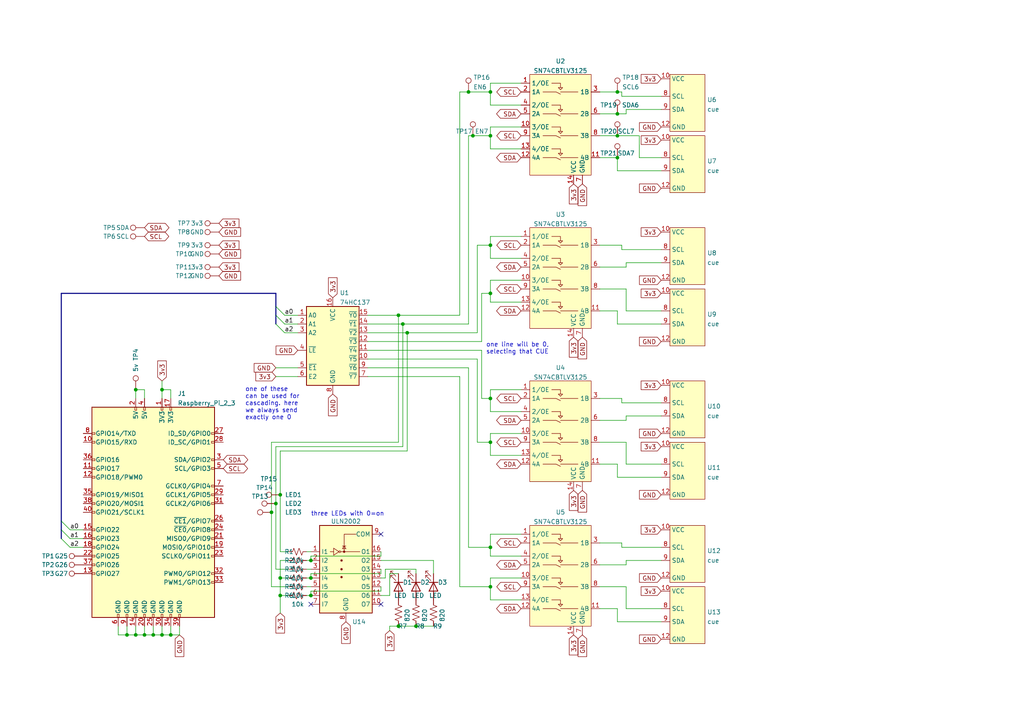
<source format=kicad_sch>
(kicad_sch (version 20211123) (generator eeschema)

  (uuid e63e39d7-6ac0-4ffd-8aa3-1841a4541b55)

  (paper "A4")

  (lib_symbols
    (symbol "74xx:74HC137" (in_bom yes) (on_board yes)
      (property "Reference" "U" (id 0) (at -7.62 13.97 0)
        (effects (font (size 1.27 1.27)) (justify left bottom))
      )
      (property "Value" "74HC137" (id 1) (at 2.54 -11.43 0)
        (effects (font (size 1.27 1.27)) (justify left top))
      )
      (property "Footprint" "" (id 2) (at 0 0 0)
        (effects (font (size 1.27 1.27)) hide)
      )
      (property "Datasheet" "http://www.ti.com/lit/ds/symlink/cd74hc237.pdf" (id 3) (at 0 0 0)
        (effects (font (size 1.27 1.27)) hide)
      )
      (property "ki_keywords" "demux" (id 4) (at 0 0 0)
        (effects (font (size 1.27 1.27)) hide)
      )
      (property "ki_description" "3-to-8 line decoder/multiplexer with address latches, DIP-16/SOIC-16/SSOP-16" (id 5) (at 0 0 0)
        (effects (font (size 1.27 1.27)) hide)
      )
      (property "ki_fp_filters" "DIP*W7.62mm* SOIC*3.9x9.9mm*P1.27mm* SSOP*5.3x6.2mm*P0.65mm*" (id 6) (at 0 0 0)
        (effects (font (size 1.27 1.27)) hide)
      )
      (symbol "74HC137_0_1"
        (rectangle (start -7.62 12.7) (end 7.62 -10.16)
          (stroke (width 0.254) (type default) (color 0 0 0 0))
          (fill (type background))
        )
      )
      (symbol "74HC137_1_1"
        (pin input line (at -10.16 10.16 0) (length 2.54)
          (name "A0" (effects (font (size 1.27 1.27))))
          (number "1" (effects (font (size 1.27 1.27))))
        )
        (pin output line (at 10.16 -2.54 180) (length 2.54)
          (name "~{Y5}" (effects (font (size 1.27 1.27))))
          (number "10" (effects (font (size 1.27 1.27))))
        )
        (pin output line (at 10.16 0 180) (length 2.54)
          (name "~{Y4}" (effects (font (size 1.27 1.27))))
          (number "11" (effects (font (size 1.27 1.27))))
        )
        (pin output line (at 10.16 2.54 180) (length 2.54)
          (name "~{Y3}" (effects (font (size 1.27 1.27))))
          (number "12" (effects (font (size 1.27 1.27))))
        )
        (pin output line (at 10.16 5.08 180) (length 2.54)
          (name "~{Y2}" (effects (font (size 1.27 1.27))))
          (number "13" (effects (font (size 1.27 1.27))))
        )
        (pin output line (at 10.16 7.62 180) (length 2.54)
          (name "~{Y1}" (effects (font (size 1.27 1.27))))
          (number "14" (effects (font (size 1.27 1.27))))
        )
        (pin output line (at 10.16 10.16 180) (length 2.54)
          (name "~{Y0}" (effects (font (size 1.27 1.27))))
          (number "15" (effects (font (size 1.27 1.27))))
        )
        (pin power_in line (at 0 15.24 270) (length 2.54)
          (name "VCC" (effects (font (size 1.27 1.27))))
          (number "16" (effects (font (size 1.27 1.27))))
        )
        (pin input line (at -10.16 7.62 0) (length 2.54)
          (name "A1" (effects (font (size 1.27 1.27))))
          (number "2" (effects (font (size 1.27 1.27))))
        )
        (pin input line (at -10.16 5.08 0) (length 2.54)
          (name "A2" (effects (font (size 1.27 1.27))))
          (number "3" (effects (font (size 1.27 1.27))))
        )
        (pin input line (at -10.16 0 0) (length 2.54)
          (name "~{LE}" (effects (font (size 1.27 1.27))))
          (number "4" (effects (font (size 1.27 1.27))))
        )
        (pin input line (at -10.16 -5.08 0) (length 2.54)
          (name "~{E1}" (effects (font (size 1.27 1.27))))
          (number "5" (effects (font (size 1.27 1.27))))
        )
        (pin input line (at -10.16 -7.62 0) (length 2.54)
          (name "E2" (effects (font (size 1.27 1.27))))
          (number "6" (effects (font (size 1.27 1.27))))
        )
        (pin output line (at 10.16 -7.62 180) (length 2.54)
          (name "~{Y7}" (effects (font (size 1.27 1.27))))
          (number "7" (effects (font (size 1.27 1.27))))
        )
        (pin power_in line (at 0 -12.7 90) (length 2.54)
          (name "GND" (effects (font (size 1.27 1.27))))
          (number "8" (effects (font (size 1.27 1.27))))
        )
        (pin output line (at 10.16 -5.08 180) (length 2.54)
          (name "~{Y6}" (effects (font (size 1.27 1.27))))
          (number "9" (effects (font (size 1.27 1.27))))
        )
      )
    )
    (symbol "Connector:Raspberry_Pi_2_3" (pin_names (offset 1.016)) (in_bom yes) (on_board yes)
      (property "Reference" "J" (id 0) (at -17.78 31.75 0)
        (effects (font (size 1.27 1.27)) (justify left bottom))
      )
      (property "Value" "Raspberry_Pi_2_3" (id 1) (at 10.16 -31.75 0)
        (effects (font (size 1.27 1.27)) (justify left top))
      )
      (property "Footprint" "" (id 2) (at 0 0 0)
        (effects (font (size 1.27 1.27)) hide)
      )
      (property "Datasheet" "https://www.raspberrypi.org/documentation/hardware/raspberrypi/schematics/rpi_SCH_3bplus_1p0_reduced.pdf" (id 3) (at 0 0 0)
        (effects (font (size 1.27 1.27)) hide)
      )
      (property "ki_keywords" "raspberrypi gpio" (id 4) (at 0 0 0)
        (effects (font (size 1.27 1.27)) hide)
      )
      (property "ki_description" "expansion header for Raspberry Pi 2 & 3" (id 5) (at 0 0 0)
        (effects (font (size 1.27 1.27)) hide)
      )
      (property "ki_fp_filters" "PinHeader*2x20*P2.54mm*Vertical* PinSocket*2x20*P2.54mm*Vertical*" (id 6) (at 0 0 0)
        (effects (font (size 1.27 1.27)) hide)
      )
      (symbol "Raspberry_Pi_2_3_0_1"
        (rectangle (start -17.78 30.48) (end 17.78 -30.48)
          (stroke (width 0.254) (type default) (color 0 0 0 0))
          (fill (type background))
        )
      )
      (symbol "Raspberry_Pi_2_3_1_1"
        (rectangle (start -16.891 -17.526) (end -17.78 -18.034)
          (stroke (width 0) (type default) (color 0 0 0 0))
          (fill (type none))
        )
        (rectangle (start -16.891 -14.986) (end -17.78 -15.494)
          (stroke (width 0) (type default) (color 0 0 0 0))
          (fill (type none))
        )
        (rectangle (start -16.891 -12.446) (end -17.78 -12.954)
          (stroke (width 0) (type default) (color 0 0 0 0))
          (fill (type none))
        )
        (rectangle (start -16.891 -9.906) (end -17.78 -10.414)
          (stroke (width 0) (type default) (color 0 0 0 0))
          (fill (type none))
        )
        (rectangle (start -16.891 -7.366) (end -17.78 -7.874)
          (stroke (width 0) (type default) (color 0 0 0 0))
          (fill (type none))
        )
        (rectangle (start -16.891 -4.826) (end -17.78 -5.334)
          (stroke (width 0) (type default) (color 0 0 0 0))
          (fill (type none))
        )
        (rectangle (start -16.891 0.254) (end -17.78 -0.254)
          (stroke (width 0) (type default) (color 0 0 0 0))
          (fill (type none))
        )
        (rectangle (start -16.891 2.794) (end -17.78 2.286)
          (stroke (width 0) (type default) (color 0 0 0 0))
          (fill (type none))
        )
        (rectangle (start -16.891 5.334) (end -17.78 4.826)
          (stroke (width 0) (type default) (color 0 0 0 0))
          (fill (type none))
        )
        (rectangle (start -16.891 10.414) (end -17.78 9.906)
          (stroke (width 0) (type default) (color 0 0 0 0))
          (fill (type none))
        )
        (rectangle (start -16.891 12.954) (end -17.78 12.446)
          (stroke (width 0) (type default) (color 0 0 0 0))
          (fill (type none))
        )
        (rectangle (start -16.891 15.494) (end -17.78 14.986)
          (stroke (width 0) (type default) (color 0 0 0 0))
          (fill (type none))
        )
        (rectangle (start -16.891 20.574) (end -17.78 20.066)
          (stroke (width 0) (type default) (color 0 0 0 0))
          (fill (type none))
        )
        (rectangle (start -16.891 23.114) (end -17.78 22.606)
          (stroke (width 0) (type default) (color 0 0 0 0))
          (fill (type none))
        )
        (rectangle (start -10.414 -29.591) (end -9.906 -30.48)
          (stroke (width 0) (type default) (color 0 0 0 0))
          (fill (type none))
        )
        (rectangle (start -7.874 -29.591) (end -7.366 -30.48)
          (stroke (width 0) (type default) (color 0 0 0 0))
          (fill (type none))
        )
        (rectangle (start -5.334 -29.591) (end -4.826 -30.48)
          (stroke (width 0) (type default) (color 0 0 0 0))
          (fill (type none))
        )
        (rectangle (start -5.334 30.48) (end -4.826 29.591)
          (stroke (width 0) (type default) (color 0 0 0 0))
          (fill (type none))
        )
        (rectangle (start -2.794 -29.591) (end -2.286 -30.48)
          (stroke (width 0) (type default) (color 0 0 0 0))
          (fill (type none))
        )
        (rectangle (start -2.794 30.48) (end -2.286 29.591)
          (stroke (width 0) (type default) (color 0 0 0 0))
          (fill (type none))
        )
        (rectangle (start -0.254 -29.591) (end 0.254 -30.48)
          (stroke (width 0) (type default) (color 0 0 0 0))
          (fill (type none))
        )
        (rectangle (start 2.286 -29.591) (end 2.794 -30.48)
          (stroke (width 0) (type default) (color 0 0 0 0))
          (fill (type none))
        )
        (rectangle (start 2.286 30.48) (end 2.794 29.591)
          (stroke (width 0) (type default) (color 0 0 0 0))
          (fill (type none))
        )
        (rectangle (start 4.826 -29.591) (end 5.334 -30.48)
          (stroke (width 0) (type default) (color 0 0 0 0))
          (fill (type none))
        )
        (rectangle (start 4.826 30.48) (end 5.334 29.591)
          (stroke (width 0) (type default) (color 0 0 0 0))
          (fill (type none))
        )
        (rectangle (start 7.366 -29.591) (end 7.874 -30.48)
          (stroke (width 0) (type default) (color 0 0 0 0))
          (fill (type none))
        )
        (rectangle (start 17.78 -20.066) (end 16.891 -20.574)
          (stroke (width 0) (type default) (color 0 0 0 0))
          (fill (type none))
        )
        (rectangle (start 17.78 -17.526) (end 16.891 -18.034)
          (stroke (width 0) (type default) (color 0 0 0 0))
          (fill (type none))
        )
        (rectangle (start 17.78 -12.446) (end 16.891 -12.954)
          (stroke (width 0) (type default) (color 0 0 0 0))
          (fill (type none))
        )
        (rectangle (start 17.78 -9.906) (end 16.891 -10.414)
          (stroke (width 0) (type default) (color 0 0 0 0))
          (fill (type none))
        )
        (rectangle (start 17.78 -7.366) (end 16.891 -7.874)
          (stroke (width 0) (type default) (color 0 0 0 0))
          (fill (type none))
        )
        (rectangle (start 17.78 -4.826) (end 16.891 -5.334)
          (stroke (width 0) (type default) (color 0 0 0 0))
          (fill (type none))
        )
        (rectangle (start 17.78 -2.286) (end 16.891 -2.794)
          (stroke (width 0) (type default) (color 0 0 0 0))
          (fill (type none))
        )
        (rectangle (start 17.78 2.794) (end 16.891 2.286)
          (stroke (width 0) (type default) (color 0 0 0 0))
          (fill (type none))
        )
        (rectangle (start 17.78 5.334) (end 16.891 4.826)
          (stroke (width 0) (type default) (color 0 0 0 0))
          (fill (type none))
        )
        (rectangle (start 17.78 7.874) (end 16.891 7.366)
          (stroke (width 0) (type default) (color 0 0 0 0))
          (fill (type none))
        )
        (rectangle (start 17.78 12.954) (end 16.891 12.446)
          (stroke (width 0) (type default) (color 0 0 0 0))
          (fill (type none))
        )
        (rectangle (start 17.78 15.494) (end 16.891 14.986)
          (stroke (width 0) (type default) (color 0 0 0 0))
          (fill (type none))
        )
        (rectangle (start 17.78 20.574) (end 16.891 20.066)
          (stroke (width 0) (type default) (color 0 0 0 0))
          (fill (type none))
        )
        (rectangle (start 17.78 23.114) (end 16.891 22.606)
          (stroke (width 0) (type default) (color 0 0 0 0))
          (fill (type none))
        )
        (pin power_in line (at 2.54 33.02 270) (length 2.54)
          (name "3V3" (effects (font (size 1.27 1.27))))
          (number "1" (effects (font (size 1.27 1.27))))
        )
        (pin bidirectional line (at -20.32 20.32 0) (length 2.54)
          (name "GPIO15/RXD" (effects (font (size 1.27 1.27))))
          (number "10" (effects (font (size 1.27 1.27))))
        )
        (pin bidirectional line (at -20.32 12.7 0) (length 2.54)
          (name "GPIO17" (effects (font (size 1.27 1.27))))
          (number "11" (effects (font (size 1.27 1.27))))
        )
        (pin bidirectional line (at -20.32 10.16 0) (length 2.54)
          (name "GPIO18/PWM0" (effects (font (size 1.27 1.27))))
          (number "12" (effects (font (size 1.27 1.27))))
        )
        (pin bidirectional line (at -20.32 -17.78 0) (length 2.54)
          (name "GPIO27" (effects (font (size 1.27 1.27))))
          (number "13" (effects (font (size 1.27 1.27))))
        )
        (pin power_in line (at -5.08 -33.02 90) (length 2.54)
          (name "GND" (effects (font (size 1.27 1.27))))
          (number "14" (effects (font (size 1.27 1.27))))
        )
        (pin bidirectional line (at -20.32 -5.08 0) (length 2.54)
          (name "GPIO22" (effects (font (size 1.27 1.27))))
          (number "15" (effects (font (size 1.27 1.27))))
        )
        (pin bidirectional line (at -20.32 -7.62 0) (length 2.54)
          (name "GPIO23" (effects (font (size 1.27 1.27))))
          (number "16" (effects (font (size 1.27 1.27))))
        )
        (pin power_in line (at 5.08 33.02 270) (length 2.54)
          (name "3V3" (effects (font (size 1.27 1.27))))
          (number "17" (effects (font (size 1.27 1.27))))
        )
        (pin bidirectional line (at -20.32 -10.16 0) (length 2.54)
          (name "GPIO24" (effects (font (size 1.27 1.27))))
          (number "18" (effects (font (size 1.27 1.27))))
        )
        (pin bidirectional line (at 20.32 -10.16 180) (length 2.54)
          (name "MOSI0/GPIO10" (effects (font (size 1.27 1.27))))
          (number "19" (effects (font (size 1.27 1.27))))
        )
        (pin power_in line (at -5.08 33.02 270) (length 2.54)
          (name "5V" (effects (font (size 1.27 1.27))))
          (number "2" (effects (font (size 1.27 1.27))))
        )
        (pin power_in line (at -2.54 -33.02 90) (length 2.54)
          (name "GND" (effects (font (size 1.27 1.27))))
          (number "20" (effects (font (size 1.27 1.27))))
        )
        (pin bidirectional line (at 20.32 -7.62 180) (length 2.54)
          (name "MISO0/GPIO9" (effects (font (size 1.27 1.27))))
          (number "21" (effects (font (size 1.27 1.27))))
        )
        (pin bidirectional line (at -20.32 -12.7 0) (length 2.54)
          (name "GPIO25" (effects (font (size 1.27 1.27))))
          (number "22" (effects (font (size 1.27 1.27))))
        )
        (pin bidirectional line (at 20.32 -12.7 180) (length 2.54)
          (name "SCLK0/GPIO11" (effects (font (size 1.27 1.27))))
          (number "23" (effects (font (size 1.27 1.27))))
        )
        (pin bidirectional line (at 20.32 -5.08 180) (length 2.54)
          (name "~{CE0}/GPIO8" (effects (font (size 1.27 1.27))))
          (number "24" (effects (font (size 1.27 1.27))))
        )
        (pin power_in line (at 0 -33.02 90) (length 2.54)
          (name "GND" (effects (font (size 1.27 1.27))))
          (number "25" (effects (font (size 1.27 1.27))))
        )
        (pin bidirectional line (at 20.32 -2.54 180) (length 2.54)
          (name "~{CE1}/GPIO7" (effects (font (size 1.27 1.27))))
          (number "26" (effects (font (size 1.27 1.27))))
        )
        (pin bidirectional line (at 20.32 22.86 180) (length 2.54)
          (name "ID_SD/GPIO0" (effects (font (size 1.27 1.27))))
          (number "27" (effects (font (size 1.27 1.27))))
        )
        (pin bidirectional line (at 20.32 20.32 180) (length 2.54)
          (name "ID_SC/GPIO1" (effects (font (size 1.27 1.27))))
          (number "28" (effects (font (size 1.27 1.27))))
        )
        (pin bidirectional line (at 20.32 5.08 180) (length 2.54)
          (name "GCLK1/GPIO5" (effects (font (size 1.27 1.27))))
          (number "29" (effects (font (size 1.27 1.27))))
        )
        (pin bidirectional line (at 20.32 15.24 180) (length 2.54)
          (name "SDA/GPIO2" (effects (font (size 1.27 1.27))))
          (number "3" (effects (font (size 1.27 1.27))))
        )
        (pin power_in line (at 2.54 -33.02 90) (length 2.54)
          (name "GND" (effects (font (size 1.27 1.27))))
          (number "30" (effects (font (size 1.27 1.27))))
        )
        (pin bidirectional line (at 20.32 2.54 180) (length 2.54)
          (name "GCLK2/GPIO6" (effects (font (size 1.27 1.27))))
          (number "31" (effects (font (size 1.27 1.27))))
        )
        (pin bidirectional line (at 20.32 -17.78 180) (length 2.54)
          (name "PWM0/GPIO12" (effects (font (size 1.27 1.27))))
          (number "32" (effects (font (size 1.27 1.27))))
        )
        (pin bidirectional line (at 20.32 -20.32 180) (length 2.54)
          (name "PWM1/GPIO13" (effects (font (size 1.27 1.27))))
          (number "33" (effects (font (size 1.27 1.27))))
        )
        (pin power_in line (at 5.08 -33.02 90) (length 2.54)
          (name "GND" (effects (font (size 1.27 1.27))))
          (number "34" (effects (font (size 1.27 1.27))))
        )
        (pin bidirectional line (at -20.32 5.08 0) (length 2.54)
          (name "GPIO19/MISO1" (effects (font (size 1.27 1.27))))
          (number "35" (effects (font (size 1.27 1.27))))
        )
        (pin bidirectional line (at -20.32 15.24 0) (length 2.54)
          (name "GPIO16" (effects (font (size 1.27 1.27))))
          (number "36" (effects (font (size 1.27 1.27))))
        )
        (pin bidirectional line (at -20.32 -15.24 0) (length 2.54)
          (name "GPIO26" (effects (font (size 1.27 1.27))))
          (number "37" (effects (font (size 1.27 1.27))))
        )
        (pin bidirectional line (at -20.32 2.54 0) (length 2.54)
          (name "GPIO20/MOSI1" (effects (font (size 1.27 1.27))))
          (number "38" (effects (font (size 1.27 1.27))))
        )
        (pin power_in line (at 7.62 -33.02 90) (length 2.54)
          (name "GND" (effects (font (size 1.27 1.27))))
          (number "39" (effects (font (size 1.27 1.27))))
        )
        (pin power_in line (at -2.54 33.02 270) (length 2.54)
          (name "5V" (effects (font (size 1.27 1.27))))
          (number "4" (effects (font (size 1.27 1.27))))
        )
        (pin bidirectional line (at -20.32 0 0) (length 2.54)
          (name "GPIO21/SCLK1" (effects (font (size 1.27 1.27))))
          (number "40" (effects (font (size 1.27 1.27))))
        )
        (pin bidirectional line (at 20.32 12.7 180) (length 2.54)
          (name "SCL/GPIO3" (effects (font (size 1.27 1.27))))
          (number "5" (effects (font (size 1.27 1.27))))
        )
        (pin power_in line (at -10.16 -33.02 90) (length 2.54)
          (name "GND" (effects (font (size 1.27 1.27))))
          (number "6" (effects (font (size 1.27 1.27))))
        )
        (pin bidirectional line (at 20.32 7.62 180) (length 2.54)
          (name "GCLK0/GPIO4" (effects (font (size 1.27 1.27))))
          (number "7" (effects (font (size 1.27 1.27))))
        )
        (pin bidirectional line (at -20.32 22.86 0) (length 2.54)
          (name "GPIO14/TXD" (effects (font (size 1.27 1.27))))
          (number "8" (effects (font (size 1.27 1.27))))
        )
        (pin power_in line (at -7.62 -33.02 90) (length 2.54)
          (name "GND" (effects (font (size 1.27 1.27))))
          (number "9" (effects (font (size 1.27 1.27))))
        )
      )
    )
    (symbol "Connector:TestPoint" (pin_numbers hide) (pin_names (offset 0.762) hide) (in_bom yes) (on_board yes)
      (property "Reference" "TP" (id 0) (at 0 6.858 0)
        (effects (font (size 1.27 1.27)))
      )
      (property "Value" "TestPoint" (id 1) (at 0 5.08 0)
        (effects (font (size 1.27 1.27)))
      )
      (property "Footprint" "" (id 2) (at 5.08 0 0)
        (effects (font (size 1.27 1.27)) hide)
      )
      (property "Datasheet" "~" (id 3) (at 5.08 0 0)
        (effects (font (size 1.27 1.27)) hide)
      )
      (property "ki_keywords" "test point tp" (id 4) (at 0 0 0)
        (effects (font (size 1.27 1.27)) hide)
      )
      (property "ki_description" "test point" (id 5) (at 0 0 0)
        (effects (font (size 1.27 1.27)) hide)
      )
      (property "ki_fp_filters" "Pin* Test*" (id 6) (at 0 0 0)
        (effects (font (size 1.27 1.27)) hide)
      )
      (symbol "TestPoint_0_1"
        (circle (center 0 3.302) (radius 0.762)
          (stroke (width 0) (type default) (color 0 0 0 0))
          (fill (type none))
        )
      )
      (symbol "TestPoint_1_1"
        (pin passive line (at 0 0 90) (length 2.54)
          (name "1" (effects (font (size 1.27 1.27))))
          (number "1" (effects (font (size 1.27 1.27))))
        )
      )
    )
    (symbol "Device:LED" (pin_numbers hide) (pin_names (offset 1.016) hide) (in_bom yes) (on_board yes)
      (property "Reference" "D" (id 0) (at 0 2.54 0)
        (effects (font (size 1.27 1.27)))
      )
      (property "Value" "LED" (id 1) (at 0 -2.54 0)
        (effects (font (size 1.27 1.27)))
      )
      (property "Footprint" "" (id 2) (at 0 0 0)
        (effects (font (size 1.27 1.27)) hide)
      )
      (property "Datasheet" "~" (id 3) (at 0 0 0)
        (effects (font (size 1.27 1.27)) hide)
      )
      (property "ki_keywords" "LED diode" (id 4) (at 0 0 0)
        (effects (font (size 1.27 1.27)) hide)
      )
      (property "ki_description" "Light emitting diode" (id 5) (at 0 0 0)
        (effects (font (size 1.27 1.27)) hide)
      )
      (property "ki_fp_filters" "LED* LED_SMD:* LED_THT:*" (id 6) (at 0 0 0)
        (effects (font (size 1.27 1.27)) hide)
      )
      (symbol "LED_0_1"
        (polyline
          (pts
            (xy -1.27 -1.27)
            (xy -1.27 1.27)
          )
          (stroke (width 0.254) (type default) (color 0 0 0 0))
          (fill (type none))
        )
        (polyline
          (pts
            (xy -1.27 0)
            (xy 1.27 0)
          )
          (stroke (width 0) (type default) (color 0 0 0 0))
          (fill (type none))
        )
        (polyline
          (pts
            (xy 1.27 -1.27)
            (xy 1.27 1.27)
            (xy -1.27 0)
            (xy 1.27 -1.27)
          )
          (stroke (width 0.254) (type default) (color 0 0 0 0))
          (fill (type none))
        )
        (polyline
          (pts
            (xy -3.048 -0.762)
            (xy -4.572 -2.286)
            (xy -3.81 -2.286)
            (xy -4.572 -2.286)
            (xy -4.572 -1.524)
          )
          (stroke (width 0) (type default) (color 0 0 0 0))
          (fill (type none))
        )
        (polyline
          (pts
            (xy -1.778 -0.762)
            (xy -3.302 -2.286)
            (xy -2.54 -2.286)
            (xy -3.302 -2.286)
            (xy -3.302 -1.524)
          )
          (stroke (width 0) (type default) (color 0 0 0 0))
          (fill (type none))
        )
      )
      (symbol "LED_1_1"
        (pin passive line (at -3.81 0 0) (length 2.54)
          (name "K" (effects (font (size 1.27 1.27))))
          (number "1" (effects (font (size 1.27 1.27))))
        )
        (pin passive line (at 3.81 0 180) (length 2.54)
          (name "A" (effects (font (size 1.27 1.27))))
          (number "2" (effects (font (size 1.27 1.27))))
        )
      )
    )
    (symbol "Device:R_Small_US" (pin_numbers hide) (pin_names (offset 0.254) hide) (in_bom yes) (on_board yes)
      (property "Reference" "R" (id 0) (at 0.762 0.508 0)
        (effects (font (size 1.27 1.27)) (justify left))
      )
      (property "Value" "R_Small_US" (id 1) (at 0.762 -1.016 0)
        (effects (font (size 1.27 1.27)) (justify left))
      )
      (property "Footprint" "" (id 2) (at 0 0 0)
        (effects (font (size 1.27 1.27)) hide)
      )
      (property "Datasheet" "~" (id 3) (at 0 0 0)
        (effects (font (size 1.27 1.27)) hide)
      )
      (property "ki_keywords" "r resistor" (id 4) (at 0 0 0)
        (effects (font (size 1.27 1.27)) hide)
      )
      (property "ki_description" "Resistor, small US symbol" (id 5) (at 0 0 0)
        (effects (font (size 1.27 1.27)) hide)
      )
      (property "ki_fp_filters" "R_*" (id 6) (at 0 0 0)
        (effects (font (size 1.27 1.27)) hide)
      )
      (symbol "R_Small_US_1_1"
        (polyline
          (pts
            (xy 0 0)
            (xy 1.016 -0.381)
            (xy 0 -0.762)
            (xy -1.016 -1.143)
            (xy 0 -1.524)
          )
          (stroke (width 0) (type default) (color 0 0 0 0))
          (fill (type none))
        )
        (polyline
          (pts
            (xy 0 1.524)
            (xy 1.016 1.143)
            (xy 0 0.762)
            (xy -1.016 0.381)
            (xy 0 0)
          )
          (stroke (width 0) (type default) (color 0 0 0 0))
          (fill (type none))
        )
        (pin passive line (at 0 2.54 270) (length 1.016)
          (name "~" (effects (font (size 1.27 1.27))))
          (number "1" (effects (font (size 1.27 1.27))))
        )
        (pin passive line (at 0 -2.54 90) (length 1.016)
          (name "~" (effects (font (size 1.27 1.27))))
          (number "2" (effects (font (size 1.27 1.27))))
        )
      )
    )
    (symbol "Device:R_US" (pin_numbers hide) (pin_names (offset 0)) (in_bom yes) (on_board yes)
      (property "Reference" "R" (id 0) (at 2.54 0 90)
        (effects (font (size 1.27 1.27)))
      )
      (property "Value" "R_US" (id 1) (at -2.54 0 90)
        (effects (font (size 1.27 1.27)))
      )
      (property "Footprint" "" (id 2) (at 1.016 -0.254 90)
        (effects (font (size 1.27 1.27)) hide)
      )
      (property "Datasheet" "~" (id 3) (at 0 0 0)
        (effects (font (size 1.27 1.27)) hide)
      )
      (property "ki_keywords" "R res resistor" (id 4) (at 0 0 0)
        (effects (font (size 1.27 1.27)) hide)
      )
      (property "ki_description" "Resistor, US symbol" (id 5) (at 0 0 0)
        (effects (font (size 1.27 1.27)) hide)
      )
      (property "ki_fp_filters" "R_*" (id 6) (at 0 0 0)
        (effects (font (size 1.27 1.27)) hide)
      )
      (symbol "R_US_0_1"
        (polyline
          (pts
            (xy 0 -2.286)
            (xy 0 -2.54)
          )
          (stroke (width 0) (type default) (color 0 0 0 0))
          (fill (type none))
        )
        (polyline
          (pts
            (xy 0 2.286)
            (xy 0 2.54)
          )
          (stroke (width 0) (type default) (color 0 0 0 0))
          (fill (type none))
        )
        (polyline
          (pts
            (xy 0 -0.762)
            (xy 1.016 -1.143)
            (xy 0 -1.524)
            (xy -1.016 -1.905)
            (xy 0 -2.286)
          )
          (stroke (width 0) (type default) (color 0 0 0 0))
          (fill (type none))
        )
        (polyline
          (pts
            (xy 0 0.762)
            (xy 1.016 0.381)
            (xy 0 0)
            (xy -1.016 -0.381)
            (xy 0 -0.762)
          )
          (stroke (width 0) (type default) (color 0 0 0 0))
          (fill (type none))
        )
        (polyline
          (pts
            (xy 0 2.286)
            (xy 1.016 1.905)
            (xy 0 1.524)
            (xy -1.016 1.143)
            (xy 0 0.762)
          )
          (stroke (width 0) (type default) (color 0 0 0 0))
          (fill (type none))
        )
      )
      (symbol "R_US_1_1"
        (pin passive line (at 0 3.81 270) (length 1.27)
          (name "~" (effects (font (size 1.27 1.27))))
          (number "1" (effects (font (size 1.27 1.27))))
        )
        (pin passive line (at 0 -3.81 90) (length 1.27)
          (name "~" (effects (font (size 1.27 1.27))))
          (number "2" (effects (font (size 1.27 1.27))))
        )
      )
    )
    (symbol "Transistor_Array:ULN2002" (in_bom yes) (on_board yes)
      (property "Reference" "U" (id 0) (at 0 15.875 0)
        (effects (font (size 1.27 1.27)))
      )
      (property "Value" "ULN2002" (id 1) (at 0 13.97 0)
        (effects (font (size 1.27 1.27)))
      )
      (property "Footprint" "" (id 2) (at 1.27 -13.97 0)
        (effects (font (size 1.27 1.27)) (justify left) hide)
      )
      (property "Datasheet" "http://www.ti.com/lit/ds/symlink/uln2003a.pdf" (id 3) (at 2.54 -5.08 0)
        (effects (font (size 1.27 1.27)) hide)
      )
      (property "ki_keywords" "darlington transistor array" (id 4) (at 0 0 0)
        (effects (font (size 1.27 1.27)) hide)
      )
      (property "ki_description" "High Voltage, High Current Darlington Transistor Arrays, SOIC16/SOIC16W/DIP16/TSSOP16" (id 5) (at 0 0 0)
        (effects (font (size 1.27 1.27)) hide)
      )
      (property "ki_fp_filters" "DIP*W7.62mm* SOIC*3.9x9.9mm*P1.27mm* SSOP*4.4x5.2mm*P0.65mm* TSSOP*4.4x5mm*P0.65mm* SOIC*W*5.3x10.2mm*P1.27mm*" (id 6) (at 0 0 0)
        (effects (font (size 1.27 1.27)) hide)
      )
      (symbol "ULN2002_0_1"
        (rectangle (start -7.62 -12.7) (end 7.62 12.7)
          (stroke (width 0.254) (type default) (color 0 0 0 0))
          (fill (type background))
        )
        (circle (center -1.778 5.08) (radius 0.254)
          (stroke (width 0) (type default) (color 0 0 0 0))
          (fill (type none))
        )
        (circle (center -1.27 -2.286) (radius 0.254)
          (stroke (width 0) (type default) (color 0 0 0 0))
          (fill (type outline))
        )
        (circle (center -1.27 0) (radius 0.254)
          (stroke (width 0) (type default) (color 0 0 0 0))
          (fill (type outline))
        )
        (circle (center -1.27 2.54) (radius 0.254)
          (stroke (width 0) (type default) (color 0 0 0 0))
          (fill (type outline))
        )
        (circle (center -0.508 5.08) (radius 0.254)
          (stroke (width 0) (type default) (color 0 0 0 0))
          (fill (type outline))
        )
        (polyline
          (pts
            (xy -4.572 5.08)
            (xy -3.556 5.08)
          )
          (stroke (width 0) (type default) (color 0 0 0 0))
          (fill (type none))
        )
        (polyline
          (pts
            (xy -1.524 5.08)
            (xy 4.064 5.08)
          )
          (stroke (width 0) (type default) (color 0 0 0 0))
          (fill (type none))
        )
        (polyline
          (pts
            (xy 0 6.731)
            (xy -1.016 6.731)
          )
          (stroke (width 0) (type default) (color 0 0 0 0))
          (fill (type none))
        )
        (polyline
          (pts
            (xy -0.508 5.08)
            (xy -0.508 10.16)
            (xy 2.921 10.16)
          )
          (stroke (width 0) (type default) (color 0 0 0 0))
          (fill (type none))
        )
        (polyline
          (pts
            (xy -3.556 6.096)
            (xy -3.556 4.064)
            (xy -2.032 5.08)
            (xy -3.556 6.096)
          )
          (stroke (width 0) (type default) (color 0 0 0 0))
          (fill (type none))
        )
        (polyline
          (pts
            (xy 0 5.969)
            (xy -1.016 5.969)
            (xy -0.508 6.731)
            (xy 0 5.969)
          )
          (stroke (width 0) (type default) (color 0 0 0 0))
          (fill (type none))
        )
      )
      (symbol "ULN2002_1_1"
        (pin input line (at -10.16 5.08 0) (length 2.54)
          (name "I1" (effects (font (size 1.27 1.27))))
          (number "1" (effects (font (size 1.27 1.27))))
        )
        (pin open_collector line (at 10.16 -10.16 180) (length 2.54)
          (name "O7" (effects (font (size 1.27 1.27))))
          (number "10" (effects (font (size 1.27 1.27))))
        )
        (pin open_collector line (at 10.16 -7.62 180) (length 2.54)
          (name "O6" (effects (font (size 1.27 1.27))))
          (number "11" (effects (font (size 1.27 1.27))))
        )
        (pin open_collector line (at 10.16 -5.08 180) (length 2.54)
          (name "O5" (effects (font (size 1.27 1.27))))
          (number "12" (effects (font (size 1.27 1.27))))
        )
        (pin open_collector line (at 10.16 -2.54 180) (length 2.54)
          (name "O4" (effects (font (size 1.27 1.27))))
          (number "13" (effects (font (size 1.27 1.27))))
        )
        (pin open_collector line (at 10.16 0 180) (length 2.54)
          (name "O3" (effects (font (size 1.27 1.27))))
          (number "14" (effects (font (size 1.27 1.27))))
        )
        (pin open_collector line (at 10.16 2.54 180) (length 2.54)
          (name "O2" (effects (font (size 1.27 1.27))))
          (number "15" (effects (font (size 1.27 1.27))))
        )
        (pin open_collector line (at 10.16 5.08 180) (length 2.54)
          (name "O1" (effects (font (size 1.27 1.27))))
          (number "16" (effects (font (size 1.27 1.27))))
        )
        (pin input line (at -10.16 2.54 0) (length 2.54)
          (name "I2" (effects (font (size 1.27 1.27))))
          (number "2" (effects (font (size 1.27 1.27))))
        )
        (pin input line (at -10.16 0 0) (length 2.54)
          (name "I3" (effects (font (size 1.27 1.27))))
          (number "3" (effects (font (size 1.27 1.27))))
        )
        (pin input line (at -10.16 -2.54 0) (length 2.54)
          (name "I4" (effects (font (size 1.27 1.27))))
          (number "4" (effects (font (size 1.27 1.27))))
        )
        (pin input line (at -10.16 -5.08 0) (length 2.54)
          (name "I5" (effects (font (size 1.27 1.27))))
          (number "5" (effects (font (size 1.27 1.27))))
        )
        (pin input line (at -10.16 -7.62 0) (length 2.54)
          (name "I6" (effects (font (size 1.27 1.27))))
          (number "6" (effects (font (size 1.27 1.27))))
        )
        (pin input line (at -10.16 -10.16 0) (length 2.54)
          (name "I7" (effects (font (size 1.27 1.27))))
          (number "7" (effects (font (size 1.27 1.27))))
        )
        (pin power_in line (at 0 -15.24 90) (length 2.54)
          (name "GND" (effects (font (size 1.27 1.27))))
          (number "8" (effects (font (size 1.27 1.27))))
        )
        (pin passive line (at 10.16 10.16 180) (length 2.54)
          (name "COM" (effects (font (size 1.27 1.27))))
          (number "9" (effects (font (size 1.27 1.27))))
        )
      )
    )
    (symbol "cue_1" (in_bom yes) (on_board yes)
      (property "Reference" "U" (id 0) (at -2.54 -8.255 0)
        (effects (font (size 1.27 1.27)))
      )
      (property "Value" "cue_1" (id 1) (at 0.635 11.43 0)
        (effects (font (size 1.27 1.27)))
      )
      (property "Footprint" "" (id 2) (at 0 -8.255 0)
        (effects (font (size 1.27 1.27)) hide)
      )
      (property "Datasheet" "" (id 3) (at 0 -8.255 0)
        (effects (font (size 1.27 1.27)) hide)
      )
      (symbol "cue_1_0_1"
        (rectangle (start -3.81 10.16) (end 6.35 -6.35)
          (stroke (width 0) (type default) (color 0 0 0 0))
          (fill (type background))
        )
      )
      (symbol "cue_1_1_1"
        (pin power_in line (at -6.35 8.89 0) (length 2.54)
          (name "VCC" (effects (font (size 1.27 1.27))))
          (number "10" (effects (font (size 1.27 1.27))))
        )
        (pin power_in line (at -6.35 -5.08 0) (length 2.54)
          (name "GND" (effects (font (size 1.27 1.27))))
          (number "12" (effects (font (size 1.27 1.27))))
        )
        (pin bidirectional line (at -6.35 3.81 0) (length 2.54)
          (name "SCL" (effects (font (size 1.27 1.27))))
          (number "8" (effects (font (size 1.27 1.27))))
        )
        (pin bidirectional line (at -6.35 0 0) (length 2.54)
          (name "SDA" (effects (font (size 1.27 1.27))))
          (number "9" (effects (font (size 1.27 1.27))))
        )
      )
    )
    (symbol "mybrary:SN74CBTLV3125" (in_bom yes) (on_board yes)
      (property "Reference" "U" (id 0) (at -7.62 -21.59 0)
        (effects (font (size 1.27 1.27)))
      )
      (property "Value" "SN74CBTLV3125" (id 1) (at 0 11.43 0)
        (effects (font (size 1.27 1.27)))
      )
      (property "Footprint" "" (id 2) (at -3.81 -13.97 0)
        (effects (font (size 1.27 1.27)) hide)
      )
      (property "Datasheet" "" (id 3) (at -3.81 -13.97 0)
        (effects (font (size 1.27 1.27)) hide)
      )
      (symbol "SN74CBTLV3125_0_1"
        (rectangle (start -8.89 8.89) (end 8.89 -20.32)
          (stroke (width 0) (type default) (color 0 0 0 0))
          (fill (type background))
        )
        (polyline
          (pts
            (xy 0 -15.24)
            (xy 5.08 -15.24)
          )
          (stroke (width 0) (type default) (color 0 0 0 0))
          (fill (type none))
        )
        (polyline
          (pts
            (xy 0 -8.89)
            (xy 5.08 -8.89)
          )
          (stroke (width 0) (type default) (color 0 0 0 0))
          (fill (type none))
        )
        (polyline
          (pts
            (xy 0 -2.54)
            (xy 5.08 -2.54)
          )
          (stroke (width 0) (type default) (color 0 0 0 0))
          (fill (type none))
        )
        (polyline
          (pts
            (xy 0 3.81)
            (xy 5.08 3.81)
          )
          (stroke (width 0) (type default) (color 0 0 0 0))
          (fill (type none))
        )
        (polyline
          (pts
            (xy 5.08 0)
            (xy 5.08 0)
          )
          (stroke (width 0) (type default) (color 0 0 0 0))
          (fill (type none))
        )
        (polyline
          (pts
            (xy -5.08 -15.24)
            (xy -1.27 -15.24)
            (xy 0 -15.875)
          )
          (stroke (width 0) (type default) (color 0 0 0 0))
          (fill (type none))
        )
        (polyline
          (pts
            (xy -5.08 -8.89)
            (xy -1.27 -8.89)
            (xy 0 -9.525)
          )
          (stroke (width 0) (type default) (color 0 0 0 0))
          (fill (type none))
        )
        (polyline
          (pts
            (xy -5.08 -2.54)
            (xy -1.27 -2.54)
            (xy 0 -3.175)
          )
          (stroke (width 0) (type default) (color 0 0 0 0))
          (fill (type none))
        )
        (polyline
          (pts
            (xy -5.08 3.81)
            (xy -1.27 3.81)
            (xy 0 3.175)
          )
          (stroke (width 0) (type default) (color 0 0 0 0))
          (fill (type none))
        )
        (polyline
          (pts
            (xy -2.54 -12.7)
            (xy 0 -12.7)
            (xy 0 -13.97)
            (xy -0.635 -13.97)
            (xy 0 -14.605)
            (xy 0.635 -13.97)
            (xy 0 -13.97)
          )
          (stroke (width 0) (type default) (color 0 0 0 0))
          (fill (type none))
        )
        (polyline
          (pts
            (xy -2.54 -6.35)
            (xy 0 -6.35)
            (xy 0 -7.62)
            (xy -0.635 -7.62)
            (xy 0 -8.255)
            (xy 0.635 -7.62)
            (xy 0 -7.62)
          )
          (stroke (width 0) (type default) (color 0 0 0 0))
          (fill (type none))
        )
        (polyline
          (pts
            (xy -2.54 0)
            (xy 0 0)
            (xy 0 -1.27)
            (xy -0.635 -1.27)
            (xy 0 -1.905)
            (xy 0.635 -1.27)
            (xy 0 -1.27)
          )
          (stroke (width 0) (type default) (color 0 0 0 0))
          (fill (type none))
        )
        (polyline
          (pts
            (xy -2.54 6.35)
            (xy 0 6.35)
            (xy 0 5.08)
            (xy -0.635 5.08)
            (xy 0 4.445)
            (xy 0.635 5.08)
            (xy 0 5.08)
          )
          (stroke (width 0) (type default) (color 0 0 0 0))
          (fill (type none))
        )
      )
      (symbol "SN74CBTLV3125_1_1"
        (pin input line (at -11.43 6.35 0) (length 2.54)
          (name "1/OE" (effects (font (size 1.27 1.27))))
          (number "1" (effects (font (size 1.27 1.27))))
        )
        (pin input line (at -11.43 -6.35 0) (length 2.54)
          (name "3/OE" (effects (font (size 1.27 1.27))))
          (number "10" (effects (font (size 1.27 1.27))))
        )
        (pin bidirectional line (at 11.43 -15.24 180) (length 2.54)
          (name "4B" (effects (font (size 1.27 1.27))))
          (number "11" (effects (font (size 1.27 1.27))))
        )
        (pin bidirectional line (at -11.43 -15.24 0) (length 2.54)
          (name "4A" (effects (font (size 1.27 1.27))))
          (number "12" (effects (font (size 1.27 1.27))))
        )
        (pin input line (at -11.43 -12.7 0) (length 2.54)
          (name "4/OE" (effects (font (size 1.27 1.27))))
          (number "13" (effects (font (size 1.27 1.27))))
        )
        (pin power_in line (at 3.81 -22.86 90) (length 2.54)
          (name "VCC" (effects (font (size 1.27 1.27))))
          (number "14" (effects (font (size 1.27 1.27))))
        )
        (pin bidirectional line (at -11.43 3.81 0) (length 2.54)
          (name "1A" (effects (font (size 1.27 1.27))))
          (number "2" (effects (font (size 1.27 1.27))))
        )
        (pin bidirectional line (at 11.43 3.81 180) (length 2.54)
          (name "1B" (effects (font (size 1.27 1.27))))
          (number "3" (effects (font (size 1.27 1.27))))
        )
        (pin input line (at -11.43 0 0) (length 2.54)
          (name "2/OE" (effects (font (size 1.27 1.27))))
          (number "4" (effects (font (size 1.27 1.27))))
        )
        (pin bidirectional line (at -11.43 -2.54 0) (length 2.54)
          (name "2A" (effects (font (size 1.27 1.27))))
          (number "5" (effects (font (size 1.27 1.27))))
        )
        (pin bidirectional line (at 11.43 -2.54 180) (length 2.54)
          (name "2B" (effects (font (size 1.27 1.27))))
          (number "6" (effects (font (size 1.27 1.27))))
        )
        (pin power_in line (at 6.35 -22.86 90) (length 2.54)
          (name "GND" (effects (font (size 1.27 1.27))))
          (number "7" (effects (font (size 1.27 1.27))))
        )
        (pin bidirectional line (at 11.43 -8.89 180) (length 2.54)
          (name "3B" (effects (font (size 1.27 1.27))))
          (number "8" (effects (font (size 1.27 1.27))))
        )
        (pin bidirectional line (at -11.43 -8.89 0) (length 2.54)
          (name "3A" (effects (font (size 1.27 1.27))))
          (number "9" (effects (font (size 1.27 1.27))))
        )
      )
    )
    (symbol "mybrary:cue" (in_bom yes) (on_board yes)
      (property "Reference" "U" (id 0) (at -2.54 -8.255 0)
        (effects (font (size 1.27 1.27)))
      )
      (property "Value" "cue" (id 1) (at 0.635 11.43 0)
        (effects (font (size 1.27 1.27)))
      )
      (property "Footprint" "" (id 2) (at 0 -8.255 0)
        (effects (font (size 1.27 1.27)) hide)
      )
      (property "Datasheet" "" (id 3) (at 0 -8.255 0)
        (effects (font (size 1.27 1.27)) hide)
      )
      (symbol "cue_0_1"
        (rectangle (start -3.81 10.16) (end 6.35 -6.35)
          (stroke (width 0) (type default) (color 0 0 0 0))
          (fill (type background))
        )
      )
      (symbol "cue_1_1"
        (pin power_in line (at -6.35 8.89 0) (length 2.54)
          (name "VCC" (effects (font (size 1.27 1.27))))
          (number "10" (effects (font (size 1.27 1.27))))
        )
        (pin power_in line (at -6.35 -5.08 0) (length 2.54)
          (name "GND" (effects (font (size 1.27 1.27))))
          (number "12" (effects (font (size 1.27 1.27))))
        )
        (pin bidirectional line (at -6.35 3.81 0) (length 2.54)
          (name "SCL" (effects (font (size 1.27 1.27))))
          (number "8" (effects (font (size 1.27 1.27))))
        )
        (pin bidirectional line (at -6.35 0 0) (length 2.54)
          (name "SDA" (effects (font (size 1.27 1.27))))
          (number "9" (effects (font (size 1.27 1.27))))
        )
      )
    )
  )

  (junction (at 115.57 91.44) (diameter 0) (color 0 0 0 0)
    (uuid 07fc97ce-03b0-4266-9cfa-378d25d57486)
  )
  (junction (at 81.28 143.51) (diameter 0) (color 0 0 0 0)
    (uuid 0a95fff0-3dba-4b8e-856c-e1bb4859f2a5)
  )
  (junction (at 142.24 71.12) (diameter 0) (color 0 0 0 0)
    (uuid 0b871f53-c1ff-410e-b76c-da6d2bba4cf1)
  )
  (junction (at 115.57 181.61) (diameter 0) (color 0 0 0 0)
    (uuid 207c2eae-975b-435d-bede-ec9f32aea2c0)
  )
  (junction (at 142.24 85.09) (diameter 0) (color 0 0 0 0)
    (uuid 2b0c5bf6-89cc-444b-9a19-ca88be67db79)
  )
  (junction (at 137.16 39.37) (diameter 0) (color 0 0 0 0)
    (uuid 33829a50-77c4-4643-8088-001741518982)
  )
  (junction (at 142.24 170.18) (diameter 0) (color 0 0 0 0)
    (uuid 35959b71-93a5-4ed5-8eb5-b0c3938bdd3b)
  )
  (junction (at 49.53 184.15) (diameter 0) (color 0 0 0 0)
    (uuid 49a0487d-8a91-4e5e-9860-6f9402c96f46)
  )
  (junction (at 46.99 113.03) (diameter 0) (color 0 0 0 0)
    (uuid 4d6d86c6-c674-4291-90cb-47e7242f76e1)
  )
  (junction (at 41.91 184.15) (diameter 0) (color 0 0 0 0)
    (uuid 507483d7-db8e-4205-af99-04f5dfcf9daf)
  )
  (junction (at 142.24 158.75) (diameter 0) (color 0 0 0 0)
    (uuid 512b9cf9-ec68-4ec3-b05e-7dcd4d563c65)
  )
  (junction (at 120.65 181.61) (diameter 0) (color 0 0 0 0)
    (uuid 57069707-e7e1-45da-9a56-16cfbd36abdd)
  )
  (junction (at 90.17 172.72) (diameter 0) (color 0 0 0 0)
    (uuid 621d39f8-3894-49d4-b35f-a06c7e896754)
  )
  (junction (at 179.07 39.37) (diameter 0) (color 0 0 0 0)
    (uuid 7dc1a3b5-9e7a-401d-8472-8790e292d4bd)
  )
  (junction (at 142.24 26.67) (diameter 0) (color 0 0 0 0)
    (uuid 8181fee9-f0de-454e-a879-d560c1632123)
  )
  (junction (at 90.17 167.64) (diameter 0) (color 0 0 0 0)
    (uuid 871f854e-dee7-43e7-9f91-1491946e89b2)
  )
  (junction (at 116.84 93.98) (diameter 0) (color 0 0 0 0)
    (uuid 8d741ecd-924e-4136-8a7f-0144ee139312)
  )
  (junction (at 78.74 148.59) (diameter 0) (color 0 0 0 0)
    (uuid 8e0b7f80-fc33-4c2a-a9fb-06c796855c43)
  )
  (junction (at 80.01 146.05) (diameter 0) (color 0 0 0 0)
    (uuid 8e837d75-4794-4960-9d5b-7932c756f98a)
  )
  (junction (at 142.24 115.57) (diameter 0) (color 0 0 0 0)
    (uuid 915ed50c-b106-4315-aecd-83294e484f2f)
  )
  (junction (at 179.07 33.02) (diameter 0) (color 0 0 0 0)
    (uuid 925bd03d-f7f8-45e6-a56b-db560decdc64)
  )
  (junction (at 46.99 184.15) (diameter 0) (color 0 0 0 0)
    (uuid 968e0ca9-e487-4f15-bbca-9c64e99d7dbb)
  )
  (junction (at 81.28 172.72) (diameter 0) (color 0 0 0 0)
    (uuid 98af1114-27c1-47b2-9ddd-1d86d2257e81)
  )
  (junction (at 118.11 96.52) (diameter 0) (color 0 0 0 0)
    (uuid a53c5097-96f9-48ee-ba28-7602d831c031)
  )
  (junction (at 179.07 45.72) (diameter 0) (color 0 0 0 0)
    (uuid ace307f4-9ccc-43c8-87c4-ad5ba6089805)
  )
  (junction (at 179.07 26.67) (diameter 0) (color 0 0 0 0)
    (uuid ad90937a-520e-48d8-ad63-ff08272f96fb)
  )
  (junction (at 90.17 162.56) (diameter 0) (color 0 0 0 0)
    (uuid b396048a-e971-4f6e-9803-fb2510c87afe)
  )
  (junction (at 39.37 184.15) (diameter 0) (color 0 0 0 0)
    (uuid bb824d9a-af8a-4b3d-ad98-965d45f75e92)
  )
  (junction (at 36.83 184.15) (diameter 0) (color 0 0 0 0)
    (uuid d077624a-2516-4d9e-b5ea-1d6da49bee0e)
  )
  (junction (at 44.45 184.15) (diameter 0) (color 0 0 0 0)
    (uuid d4c57a0f-a448-46b5-969f-92ca88566e7a)
  )
  (junction (at 39.37 113.03) (diameter 0) (color 0 0 0 0)
    (uuid e9d4c86a-98c0-4a27-a43a-961d255e27c4)
  )
  (junction (at 142.24 39.37) (diameter 0) (color 0 0 0 0)
    (uuid ef8baddd-1e35-4f25-bb33-869d66db9fa9)
  )
  (junction (at 142.24 128.27) (diameter 0) (color 0 0 0 0)
    (uuid f0cfddb9-c11a-4890-8786-bf3a13aa2e3f)
  )
  (junction (at 135.89 26.67) (diameter 0) (color 0 0 0 0)
    (uuid f30b0a6b-2579-402d-abfc-56f0a1e60b2d)
  )
  (junction (at 81.28 167.64) (diameter 0) (color 0 0 0 0)
    (uuid f73578c5-4948-4031-bac9-eb108bb4511c)
  )

  (no_connect (at 110.49 154.94) (uuid 1d847fe0-e53b-408a-b579-7aec1c9cafec))
  (no_connect (at 110.49 175.26) (uuid f2efe15d-91de-45f7-a1cc-a7f44e29b8de))
  (no_connect (at 90.17 175.26) (uuid f2efe15d-91de-45f7-a1cc-a7f44e29b8de))

  (bus_entry (at 17.78 151.13) (size 2.54 2.54)
    (stroke (width 0) (type default) (color 0 0 0 0))
    (uuid 1b1421fb-a482-496f-b45a-7bf55d841b34)
  )
  (bus_entry (at 17.78 153.67) (size 2.54 2.54)
    (stroke (width 0) (type default) (color 0 0 0 0))
    (uuid 43d24378-aa8c-4107-bb1f-cdd2a4fa4832)
  )
  (bus_entry (at 17.78 156.21) (size 2.54 2.54)
    (stroke (width 0) (type default) (color 0 0 0 0))
    (uuid 4b0d93bb-94b1-4d3e-b881-3e5f51d530c5)
  )
  (bus_entry (at 82.55 96.52) (size -2.54 -2.54)
    (stroke (width 0) (type default) (color 0 0 0 0))
    (uuid 626a3d18-8c10-4a2f-919b-970afa6ed58f)
  )
  (bus_entry (at 82.55 93.98) (size -2.54 -2.54)
    (stroke (width 0) (type default) (color 0 0 0 0))
    (uuid 74cdb565-3138-42e3-a967-e081f747e614)
  )
  (bus_entry (at 82.55 91.44) (size -2.54 -2.54)
    (stroke (width 0) (type default) (color 0 0 0 0))
    (uuid e678f83e-adfc-40e7-ad8f-9f21be203ebd)
  )

  (wire (pts (xy 83.82 162.56) (xy 81.28 162.56))
    (stroke (width 0) (type default) (color 0 0 0 0))
    (uuid 01102b82-cc7d-46e7-b089-974b1d807923)
  )
  (wire (pts (xy 135.89 106.68) (xy 135.89 158.75))
    (stroke (width 0) (type default) (color 0 0 0 0))
    (uuid 0114ffd3-5ccb-4084-8201-b4196ded63d8)
  )
  (wire (pts (xy 179.07 93.98) (xy 179.07 90.17))
    (stroke (width 0) (type default) (color 0 0 0 0))
    (uuid 01667c5f-00ea-4e9e-ac00-4b883f4786ee)
  )
  (wire (pts (xy 80.01 129.54) (xy 116.84 129.54))
    (stroke (width 0) (type default) (color 0 0 0 0))
    (uuid 01d1ea4a-f5f0-46e1-a5f1-a9c50a0ff0ab)
  )
  (bus (pts (xy 17.78 153.67) (xy 17.78 151.13))
    (stroke (width 0) (type default) (color 0 0 0 0))
    (uuid 0350bca1-5ac3-4e4c-ad05-beae66956039)
  )

  (wire (pts (xy 133.35 26.67) (xy 135.89 26.67))
    (stroke (width 0) (type default) (color 0 0 0 0))
    (uuid 04a3a872-46ad-44b4-bba2-2f6732c91b2e)
  )
  (wire (pts (xy 185.42 45.72) (xy 185.42 39.37))
    (stroke (width 0) (type default) (color 0 0 0 0))
    (uuid 088c0a6f-ac99-41bd-951c-e3de17b0ba44)
  )
  (wire (pts (xy 135.89 158.75) (xy 142.24 158.75))
    (stroke (width 0) (type default) (color 0 0 0 0))
    (uuid 09b9b552-d765-4634-9491-d95c7294efc9)
  )
  (wire (pts (xy 179.07 180.34) (xy 179.07 176.53))
    (stroke (width 0) (type default) (color 0 0 0 0))
    (uuid 0c203d22-07f8-45c4-9b7e-1caf19e6b907)
  )
  (wire (pts (xy 179.07 138.43) (xy 191.77 138.43))
    (stroke (width 0) (type default) (color 0 0 0 0))
    (uuid 0f8fbade-5e9e-4492-a494-61e0c21b6799)
  )
  (wire (pts (xy 138.43 96.52) (xy 138.43 71.12))
    (stroke (width 0) (type default) (color 0 0 0 0))
    (uuid 0fa247a3-155c-473c-90fa-a98e314f0808)
  )
  (wire (pts (xy 179.07 93.98) (xy 191.77 93.98))
    (stroke (width 0) (type default) (color 0 0 0 0))
    (uuid 1107b16b-a4b8-4fd4-b980-37c8dd06416f)
  )
  (wire (pts (xy 142.24 113.03) (xy 142.24 115.57))
    (stroke (width 0) (type default) (color 0 0 0 0))
    (uuid 11aee30c-db69-45d0-be19-8dbaa64334a9)
  )
  (wire (pts (xy 20.32 153.67) (xy 24.13 153.67))
    (stroke (width 0) (type default) (color 0 0 0 0))
    (uuid 149e9f52-9d29-4c4b-9d2a-486792d4dbfd)
  )
  (bus (pts (xy 80.01 88.9) (xy 80.01 91.44))
    (stroke (width 0) (type default) (color 0 0 0 0))
    (uuid 14bcfaa2-ebd7-452c-a831-03f0a21e055e)
  )

  (wire (pts (xy 106.68 93.98) (xy 116.84 93.98))
    (stroke (width 0) (type default) (color 0 0 0 0))
    (uuid 15298f3f-ed0d-48fa-9a92-dcabdc97b532)
  )
  (wire (pts (xy 115.57 181.61) (xy 120.65 181.61))
    (stroke (width 0) (type default) (color 0 0 0 0))
    (uuid 16db45b2-e4b7-4fbe-bcfa-c8426a6ee182)
  )
  (wire (pts (xy 46.99 113.03) (xy 46.99 115.57))
    (stroke (width 0) (type default) (color 0 0 0 0))
    (uuid 191df190-ab52-4f2a-b4c6-03fd4057009a)
  )
  (wire (pts (xy 181.61 90.17) (xy 191.77 90.17))
    (stroke (width 0) (type default) (color 0 0 0 0))
    (uuid 1a7cf559-6480-4cd6-8cd6-b1396f410d83)
  )
  (wire (pts (xy 151.13 36.83) (xy 142.24 36.83))
    (stroke (width 0) (type default) (color 0 0 0 0))
    (uuid 1f81415b-b654-4dc4-b93a-497196381cf2)
  )
  (wire (pts (xy 179.07 33.02) (xy 181.61 33.02))
    (stroke (width 0) (type default) (color 0 0 0 0))
    (uuid 1f9d1ad8-1077-4130-848d-4a275a2b5e26)
  )
  (wire (pts (xy 179.07 138.43) (xy 179.07 134.62))
    (stroke (width 0) (type default) (color 0 0 0 0))
    (uuid 1fbba10c-9e1b-4a56-ae30-4af0a4fc146f)
  )
  (wire (pts (xy 173.99 83.82) (xy 181.61 83.82))
    (stroke (width 0) (type default) (color 0 0 0 0))
    (uuid 20f50b14-e355-4d65-8262-fcd8a171e33d)
  )
  (wire (pts (xy 41.91 181.61) (xy 41.91 184.15))
    (stroke (width 0) (type default) (color 0 0 0 0))
    (uuid 227e67d9-b025-4e86-ae63-08ee96e7436e)
  )
  (wire (pts (xy 173.99 121.92) (xy 181.61 121.92))
    (stroke (width 0) (type default) (color 0 0 0 0))
    (uuid 23966de5-df00-4f50-8bbe-705c38252484)
  )
  (wire (pts (xy 46.99 110.49) (xy 46.99 113.03))
    (stroke (width 0) (type default) (color 0 0 0 0))
    (uuid 2465816a-4416-4837-901f-102b3458bcfc)
  )
  (wire (pts (xy 139.7 101.6) (xy 139.7 115.57))
    (stroke (width 0) (type default) (color 0 0 0 0))
    (uuid 26e52703-4f81-4d71-87f0-747d993b01e7)
  )
  (wire (pts (xy 137.16 39.37) (xy 142.24 39.37))
    (stroke (width 0) (type default) (color 0 0 0 0))
    (uuid 286551bb-e82f-49d5-bb5b-d3e43ccee387)
  )
  (wire (pts (xy 133.35 170.18) (xy 142.24 170.18))
    (stroke (width 0) (type default) (color 0 0 0 0))
    (uuid 29ac6da6-1364-429c-adf9-0f4ec59d8445)
  )
  (wire (pts (xy 179.07 49.53) (xy 191.77 49.53))
    (stroke (width 0) (type default) (color 0 0 0 0))
    (uuid 29c0ce3a-efd0-4086-8324-5b6df014fe12)
  )
  (wire (pts (xy 181.61 31.75) (xy 191.77 31.75))
    (stroke (width 0) (type default) (color 0 0 0 0))
    (uuid 2acf9cba-3d5a-4c41-ada2-565dbf925036)
  )
  (wire (pts (xy 83.82 160.02) (xy 81.28 160.02))
    (stroke (width 0) (type default) (color 0 0 0 0))
    (uuid 2b1af57e-4299-4e77-af32-ea3b1177cc91)
  )
  (wire (pts (xy 113.03 181.61) (xy 115.57 181.61))
    (stroke (width 0) (type default) (color 0 0 0 0))
    (uuid 2b9fed39-f2e8-4fda-abd4-9506b869efa5)
  )
  (wire (pts (xy 142.24 74.93) (xy 151.13 74.93))
    (stroke (width 0) (type default) (color 0 0 0 0))
    (uuid 2c586aaa-2969-4b99-a7fe-5604a7076501)
  )
  (wire (pts (xy 83.82 170.18) (xy 78.74 170.18))
    (stroke (width 0) (type default) (color 0 0 0 0))
    (uuid 2c72ac4c-84c3-4eff-875f-732613cafd88)
  )
  (wire (pts (xy 49.53 115.57) (xy 49.53 113.03))
    (stroke (width 0) (type default) (color 0 0 0 0))
    (uuid 2ca0f6f3-eecf-421c-a03d-62f2b59d2a94)
  )
  (wire (pts (xy 46.99 184.15) (xy 44.45 184.15))
    (stroke (width 0) (type default) (color 0 0 0 0))
    (uuid 2dc3d2bc-291d-4112-b788-a47eab2ae1a0)
  )
  (wire (pts (xy 173.99 176.53) (xy 179.07 176.53))
    (stroke (width 0) (type default) (color 0 0 0 0))
    (uuid 2fccbfdf-738a-4a7b-a205-aee8c94b37cd)
  )
  (wire (pts (xy 173.99 90.17) (xy 179.07 90.17))
    (stroke (width 0) (type default) (color 0 0 0 0))
    (uuid 3309c423-80dc-43c0-a133-7702b20e1a0c)
  )
  (wire (pts (xy 113.03 166.37) (xy 113.03 172.72))
    (stroke (width 0) (type default) (color 0 0 0 0))
    (uuid 36f7169f-b223-49c5-a42c-47de81bc7c11)
  )
  (wire (pts (xy 106.68 99.06) (xy 139.7 99.06))
    (stroke (width 0) (type default) (color 0 0 0 0))
    (uuid 3786fc13-16af-4919-911c-e8d523d95aad)
  )
  (wire (pts (xy 80.01 146.05) (xy 80.01 129.54))
    (stroke (width 0) (type default) (color 0 0 0 0))
    (uuid 37e68ac9-5376-432e-8b0a-0145f7f93d3b)
  )
  (wire (pts (xy 135.89 93.98) (xy 135.89 39.37))
    (stroke (width 0) (type default) (color 0 0 0 0))
    (uuid 3895a99c-469f-4fc4-8a6e-60750d405771)
  )
  (wire (pts (xy 78.74 128.27) (xy 115.57 128.27))
    (stroke (width 0) (type default) (color 0 0 0 0))
    (uuid 3d775fae-5eb8-4fb3-9529-4e0f04c7f891)
  )
  (wire (pts (xy 80.01 146.05) (xy 80.01 165.1))
    (stroke (width 0) (type default) (color 0 0 0 0))
    (uuid 40588394-eb22-46d3-b4e9-b6dd4ae1ab16)
  )
  (wire (pts (xy 181.61 134.62) (xy 191.77 134.62))
    (stroke (width 0) (type default) (color 0 0 0 0))
    (uuid 4187d07f-5342-4fa6-8261-32d613678488)
  )
  (wire (pts (xy 142.24 68.58) (xy 142.24 71.12))
    (stroke (width 0) (type default) (color 0 0 0 0))
    (uuid 4197f6e0-c0f4-4030-a2e7-b4d75430db86)
  )
  (wire (pts (xy 110.49 161.29) (xy 90.17 161.29))
    (stroke (width 0) (type default) (color 0 0 0 0))
    (uuid 421932f1-6dc5-4ba7-8de5-e16c1af011fb)
  )
  (wire (pts (xy 180.34 26.67) (xy 180.34 27.94))
    (stroke (width 0) (type default) (color 0 0 0 0))
    (uuid 4346f031-3d93-4d98-9005-217f5fb571fc)
  )
  (wire (pts (xy 138.43 128.27) (xy 142.24 128.27))
    (stroke (width 0) (type default) (color 0 0 0 0))
    (uuid 44a617d0-b234-448a-8dee-df957c4ec948)
  )
  (wire (pts (xy 110.49 171.45) (xy 90.17 171.45))
    (stroke (width 0) (type default) (color 0 0 0 0))
    (uuid 45ac2840-611f-438c-9945-4a71c9224848)
  )
  (wire (pts (xy 173.99 26.67) (xy 179.07 26.67))
    (stroke (width 0) (type default) (color 0 0 0 0))
    (uuid 474e8caa-cbd7-4960-bc76-051de838033e)
  )
  (wire (pts (xy 181.61 176.53) (xy 191.77 176.53))
    (stroke (width 0) (type default) (color 0 0 0 0))
    (uuid 487953a5-e78b-4934-aef7-e4b1ab97aa4b)
  )
  (wire (pts (xy 106.68 96.52) (xy 118.11 96.52))
    (stroke (width 0) (type default) (color 0 0 0 0))
    (uuid 4984187d-1d76-4cb9-ba20-29784e6d0b5a)
  )
  (wire (pts (xy 82.55 91.44) (xy 86.36 91.44))
    (stroke (width 0) (type default) (color 0 0 0 0))
    (uuid 499f1426-f605-46b6-8b33-be4691acf62b)
  )
  (wire (pts (xy 151.13 81.28) (xy 142.24 81.28))
    (stroke (width 0) (type default) (color 0 0 0 0))
    (uuid 4a6620f2-9720-444c-afea-7f16a4b52739)
  )
  (wire (pts (xy 49.53 181.61) (xy 49.53 184.15))
    (stroke (width 0) (type default) (color 0 0 0 0))
    (uuid 4af56c65-7d9b-4e2e-a657-4f0f0e1b54cb)
  )
  (wire (pts (xy 173.99 163.83) (xy 181.61 163.83))
    (stroke (width 0) (type default) (color 0 0 0 0))
    (uuid 4d2ed658-9f05-49f6-bcd9-5d5293af7f8c)
  )
  (wire (pts (xy 142.24 71.12) (xy 142.24 74.93))
    (stroke (width 0) (type default) (color 0 0 0 0))
    (uuid 4e149523-53e4-4840-bc1c-4069986bcbd4)
  )
  (wire (pts (xy 151.13 154.94) (xy 142.24 154.94))
    (stroke (width 0) (type default) (color 0 0 0 0))
    (uuid 4e17470c-ebcc-4d33-b448-28d11c70371c)
  )
  (wire (pts (xy 179.07 49.53) (xy 179.07 45.72))
    (stroke (width 0) (type default) (color 0 0 0 0))
    (uuid 50032126-0896-4518-b950-c87f3d7a24c7)
  )
  (wire (pts (xy 111.76 167.64) (xy 111.76 165.1))
    (stroke (width 0) (type default) (color 0 0 0 0))
    (uuid 52cf43a7-2638-4c2a-ab73-27561cfc73f2)
  )
  (wire (pts (xy 125.73 162.56) (xy 125.73 166.37))
    (stroke (width 0) (type default) (color 0 0 0 0))
    (uuid 53a6b0d4-3973-453d-a321-1d64ace4a8e0)
  )
  (wire (pts (xy 81.28 172.72) (xy 83.82 172.72))
    (stroke (width 0) (type default) (color 0 0 0 0))
    (uuid 543249c1-87bf-4026-9747-520a7652211f)
  )
  (wire (pts (xy 52.07 184.15) (xy 49.53 184.15))
    (stroke (width 0) (type default) (color 0 0 0 0))
    (uuid 550b3193-25ce-4f54-bc17-7ae3a5796b98)
  )
  (wire (pts (xy 81.28 143.51) (xy 81.28 160.02))
    (stroke (width 0) (type default) (color 0 0 0 0))
    (uuid 56326e19-76a8-48bc-87ce-255acd95a049)
  )
  (wire (pts (xy 142.24 128.27) (xy 142.24 132.08))
    (stroke (width 0) (type default) (color 0 0 0 0))
    (uuid 563690b9-b843-486b-a909-76ad8cbcbc67)
  )
  (wire (pts (xy 173.99 170.18) (xy 181.61 170.18))
    (stroke (width 0) (type default) (color 0 0 0 0))
    (uuid 56742667-f4a5-487e-8f28-04948bc5aa41)
  )
  (wire (pts (xy 90.17 166.37) (xy 90.17 167.64))
    (stroke (width 0) (type default) (color 0 0 0 0))
    (uuid 57ba63d1-d9a5-4e9b-b36e-adedf4ce49c0)
  )
  (wire (pts (xy 142.24 132.08) (xy 151.13 132.08))
    (stroke (width 0) (type default) (color 0 0 0 0))
    (uuid 597ba5cb-9084-4ce5-8abe-6b3a17ad3d9c)
  )
  (wire (pts (xy 39.37 113.03) (xy 39.37 115.57))
    (stroke (width 0) (type default) (color 0 0 0 0))
    (uuid 5ad2b476-3257-4337-9f45-42c2261637e5)
  )
  (wire (pts (xy 185.42 45.72) (xy 191.77 45.72))
    (stroke (width 0) (type default) (color 0 0 0 0))
    (uuid 5bc2e026-438a-44ee-90db-dd9aaef439d1)
  )
  (wire (pts (xy 120.65 165.1) (xy 120.65 166.37))
    (stroke (width 0) (type default) (color 0 0 0 0))
    (uuid 5c6ba952-cd06-4986-abff-2982f224266e)
  )
  (wire (pts (xy 80.01 106.68) (xy 86.36 106.68))
    (stroke (width 0) (type default) (color 0 0 0 0))
    (uuid 5d146b25-845b-4d2d-b5dd-2327fab88976)
  )
  (wire (pts (xy 110.49 160.02) (xy 110.49 161.29))
    (stroke (width 0) (type default) (color 0 0 0 0))
    (uuid 5d5e7ce3-890a-4a41-9a50-cf98404ed47e)
  )
  (wire (pts (xy 173.99 134.62) (xy 179.07 134.62))
    (stroke (width 0) (type default) (color 0 0 0 0))
    (uuid 5da76648-e504-4f16-a0aa-3102541f3b42)
  )
  (wire (pts (xy 151.13 125.73) (xy 142.24 125.73))
    (stroke (width 0) (type default) (color 0 0 0 0))
    (uuid 5f5e5570-3d57-4bb5-823b-e1affed520db)
  )
  (wire (pts (xy 41.91 115.57) (xy 41.91 113.03))
    (stroke (width 0) (type default) (color 0 0 0 0))
    (uuid 601018a4-9b3d-4175-8c83-7d3a82792895)
  )
  (wire (pts (xy 151.13 68.58) (xy 142.24 68.58))
    (stroke (width 0) (type default) (color 0 0 0 0))
    (uuid 60900689-156f-43c1-b734-08e052770413)
  )
  (wire (pts (xy 142.24 26.67) (xy 142.24 30.48))
    (stroke (width 0) (type default) (color 0 0 0 0))
    (uuid 627fe19e-1154-4e3b-a83a-7968d63e5dbc)
  )
  (wire (pts (xy 110.49 162.56) (xy 125.73 162.56))
    (stroke (width 0) (type default) (color 0 0 0 0))
    (uuid 653edd25-6312-4000-a5ef-a74a1f3cd1ce)
  )
  (wire (pts (xy 116.84 129.54) (xy 116.84 93.98))
    (stroke (width 0) (type default) (color 0 0 0 0))
    (uuid 669abdf0-2082-4f9a-8967-a55cfdabe3d3)
  )
  (wire (pts (xy 181.61 134.62) (xy 181.61 128.27))
    (stroke (width 0) (type default) (color 0 0 0 0))
    (uuid 67a1bdaf-c3dd-408d-8c03-1e6176464372)
  )
  (wire (pts (xy 173.99 71.12) (xy 180.34 71.12))
    (stroke (width 0) (type default) (color 0 0 0 0))
    (uuid 67ffc970-6f50-42eb-b584-f5feb28e5590)
  )
  (wire (pts (xy 82.55 96.52) (xy 86.36 96.52))
    (stroke (width 0) (type default) (color 0 0 0 0))
    (uuid 68d282ae-1591-491a-b95f-b124d70a3406)
  )
  (wire (pts (xy 46.99 181.61) (xy 46.99 184.15))
    (stroke (width 0) (type default) (color 0 0 0 0))
    (uuid 6aba58ed-4449-4df7-bef2-5f8523f8585f)
  )
  (wire (pts (xy 142.24 85.09) (xy 142.24 87.63))
    (stroke (width 0) (type default) (color 0 0 0 0))
    (uuid 6eface76-bced-4aca-80f2-01c7596af85d)
  )
  (bus (pts (xy 17.78 151.13) (xy 17.78 85.09))
    (stroke (width 0) (type default) (color 0 0 0 0))
    (uuid 6f11a008-6c78-4108-8594-5c0bee1fdf69)
  )

  (wire (pts (xy 142.24 119.38) (xy 151.13 119.38))
    (stroke (width 0) (type default) (color 0 0 0 0))
    (uuid 71326667-df02-42f9-81e3-1d88e6a1ffcb)
  )
  (wire (pts (xy 52.07 181.61) (xy 52.07 184.15))
    (stroke (width 0) (type default) (color 0 0 0 0))
    (uuid 714ef158-9169-4653-ae16-b65c803d9278)
  )
  (wire (pts (xy 142.24 158.75) (xy 142.24 161.29))
    (stroke (width 0) (type default) (color 0 0 0 0))
    (uuid 725ef01f-eb20-4811-8753-f36d62129bb5)
  )
  (wire (pts (xy 180.34 27.94) (xy 191.77 27.94))
    (stroke (width 0) (type default) (color 0 0 0 0))
    (uuid 728199f3-d880-4a8e-b0c5-9db7578bb109)
  )
  (wire (pts (xy 173.99 115.57) (xy 180.34 115.57))
    (stroke (width 0) (type default) (color 0 0 0 0))
    (uuid 72ed5c4b-3eeb-40c2-b9c1-eb430d619fed)
  )
  (wire (pts (xy 138.43 71.12) (xy 142.24 71.12))
    (stroke (width 0) (type default) (color 0 0 0 0))
    (uuid 734363d8-a1f5-4b7e-9bdb-0347f6677f1e)
  )
  (wire (pts (xy 49.53 184.15) (xy 46.99 184.15))
    (stroke (width 0) (type default) (color 0 0 0 0))
    (uuid 74510b85-c2f5-48d8-a8c6-4d5786e890f7)
  )
  (wire (pts (xy 34.29 181.61) (xy 34.29 184.15))
    (stroke (width 0) (type default) (color 0 0 0 0))
    (uuid 76755b84-dff7-4143-8882-1b2a6e2b7796)
  )
  (wire (pts (xy 180.34 116.84) (xy 191.77 116.84))
    (stroke (width 0) (type default) (color 0 0 0 0))
    (uuid 7915356b-6d71-4770-aac0-968940b1edcb)
  )
  (wire (pts (xy 81.28 167.64) (xy 81.28 172.72))
    (stroke (width 0) (type default) (color 0 0 0 0))
    (uuid 7c7d399e-8998-445d-a6ee-70a61bc7ef4c)
  )
  (wire (pts (xy 142.24 115.57) (xy 142.24 119.38))
    (stroke (width 0) (type default) (color 0 0 0 0))
    (uuid 7ce46281-23b3-455a-b039-e11dd019b7ce)
  )
  (wire (pts (xy 115.57 128.27) (xy 115.57 91.44))
    (stroke (width 0) (type default) (color 0 0 0 0))
    (uuid 7d03ccac-e2dd-47a7-b9b2-b2a6ff9ae598)
  )
  (wire (pts (xy 120.65 181.61) (xy 125.73 181.61))
    (stroke (width 0) (type default) (color 0 0 0 0))
    (uuid 7ee39eda-e5b0-4918-bb91-ffae7b379800)
  )
  (wire (pts (xy 181.61 120.65) (xy 181.61 121.92))
    (stroke (width 0) (type default) (color 0 0 0 0))
    (uuid 7f000793-c462-4e3f-9a52-4154e2757f1e)
  )
  (wire (pts (xy 181.61 176.53) (xy 181.61 170.18))
    (stroke (width 0) (type default) (color 0 0 0 0))
    (uuid 7ffcf51e-d8d3-47cc-aa87-bbcb30d827cc)
  )
  (wire (pts (xy 115.57 91.44) (xy 133.35 91.44))
    (stroke (width 0) (type default) (color 0 0 0 0))
    (uuid 81de035d-1ac9-4b0f-9ba4-bd382689d326)
  )
  (wire (pts (xy 142.24 39.37) (xy 142.24 43.18))
    (stroke (width 0) (type default) (color 0 0 0 0))
    (uuid 829f41c7-dd02-4dd9-bdd5-d6647b990f1e)
  )
  (wire (pts (xy 88.9 172.72) (xy 90.17 172.72))
    (stroke (width 0) (type default) (color 0 0 0 0))
    (uuid 865947e5-bb7f-4f42-90ec-ba2f7583902a)
  )
  (wire (pts (xy 142.24 125.73) (xy 142.24 128.27))
    (stroke (width 0) (type default) (color 0 0 0 0))
    (uuid 882927eb-8423-4c8b-b254-32628e5b5047)
  )
  (wire (pts (xy 41.91 184.15) (xy 39.37 184.15))
    (stroke (width 0) (type default) (color 0 0 0 0))
    (uuid 89883ae4-b96d-4e6e-b9d4-d5522f345e1a)
  )
  (wire (pts (xy 181.61 76.2) (xy 191.77 76.2))
    (stroke (width 0) (type default) (color 0 0 0 0))
    (uuid 8a7e7979-db71-4d1b-998b-f1c4ab2f1e40)
  )
  (wire (pts (xy 142.24 170.18) (xy 142.24 173.99))
    (stroke (width 0) (type default) (color 0 0 0 0))
    (uuid 8c04a176-3464-4d55-b174-0265474e5c71)
  )
  (wire (pts (xy 110.49 170.18) (xy 110.49 171.45))
    (stroke (width 0) (type default) (color 0 0 0 0))
    (uuid 8cfef831-59ac-41ea-ae8a-b69caeeddab9)
  )
  (bus (pts (xy 17.78 85.09) (xy 80.01 85.09))
    (stroke (width 0) (type default) (color 0 0 0 0))
    (uuid 8edb2d74-d8b2-4947-8679-e6ba94b13676)
  )

  (wire (pts (xy 88.9 160.02) (xy 90.17 160.02))
    (stroke (width 0) (type default) (color 0 0 0 0))
    (uuid 8f372202-fb87-4c84-8233-0dd30ed0c63c)
  )
  (wire (pts (xy 173.99 33.02) (xy 179.07 33.02))
    (stroke (width 0) (type default) (color 0 0 0 0))
    (uuid 923692e6-bdc2-40b8-bea6-be38ee263cb4)
  )
  (wire (pts (xy 138.43 104.14) (xy 138.43 128.27))
    (stroke (width 0) (type default) (color 0 0 0 0))
    (uuid 9267f7bc-2714-451d-a5f4-5ff928c9fda4)
  )
  (wire (pts (xy 81.28 143.51) (xy 81.28 130.81))
    (stroke (width 0) (type default) (color 0 0 0 0))
    (uuid 926a17ab-adb6-4d4d-9904-5f07d72ea007)
  )
  (wire (pts (xy 151.13 24.13) (xy 142.24 24.13))
    (stroke (width 0) (type default) (color 0 0 0 0))
    (uuid 9390a208-6c80-4f80-b004-333c84f789ec)
  )
  (wire (pts (xy 82.55 93.98) (xy 86.36 93.98))
    (stroke (width 0) (type default) (color 0 0 0 0))
    (uuid 94729947-661e-4107-b03a-68319b141f0c)
  )
  (wire (pts (xy 90.17 171.45) (xy 90.17 172.72))
    (stroke (width 0) (type default) (color 0 0 0 0))
    (uuid 94fcfa48-cc54-40ab-9ca5-81af4c05f11f)
  )
  (wire (pts (xy 88.9 167.64) (xy 90.17 167.64))
    (stroke (width 0) (type default) (color 0 0 0 0))
    (uuid 952f9c1f-c4d3-4929-91be-c28901bea78f)
  )
  (wire (pts (xy 113.03 172.72) (xy 110.49 172.72))
    (stroke (width 0) (type default) (color 0 0 0 0))
    (uuid 96d43468-da30-4e96-b636-7ffacef8b8e0)
  )
  (wire (pts (xy 180.34 71.12) (xy 180.34 72.39))
    (stroke (width 0) (type default) (color 0 0 0 0))
    (uuid 9796fcd9-9eab-4aa0-9fd2-e424e3283c4a)
  )
  (wire (pts (xy 118.11 130.81) (xy 118.11 96.52))
    (stroke (width 0) (type default) (color 0 0 0 0))
    (uuid 9be932ed-7c9e-47e0-81cf-1382100b37e4)
  )
  (wire (pts (xy 44.45 181.61) (xy 44.45 184.15))
    (stroke (width 0) (type default) (color 0 0 0 0))
    (uuid 9c5d3fe3-6a30-4f86-80b3-07f2954f7440)
  )
  (wire (pts (xy 78.74 148.59) (xy 78.74 170.18))
    (stroke (width 0) (type default) (color 0 0 0 0))
    (uuid 9d1e9c8b-e9e7-4ede-9ad9-7fd65d0dd191)
  )
  (wire (pts (xy 180.34 72.39) (xy 191.77 72.39))
    (stroke (width 0) (type default) (color 0 0 0 0))
    (uuid a289cfb9-3807-4a01-92c0-a1f5bf37d241)
  )
  (wire (pts (xy 151.13 113.03) (xy 142.24 113.03))
    (stroke (width 0) (type default) (color 0 0 0 0))
    (uuid a3220558-bfd7-43fe-b45a-267ecdc4afbb)
  )
  (wire (pts (xy 139.7 85.09) (xy 142.24 85.09))
    (stroke (width 0) (type default) (color 0 0 0 0))
    (uuid a3bd1d64-d6a2-4390-bac4-0502651aa59d)
  )
  (wire (pts (xy 133.35 91.44) (xy 133.35 26.67))
    (stroke (width 0) (type default) (color 0 0 0 0))
    (uuid aa221d78-23c8-4a6f-b41a-e8e3c0bac00a)
  )
  (wire (pts (xy 173.99 45.72) (xy 179.07 45.72))
    (stroke (width 0) (type default) (color 0 0 0 0))
    (uuid aa5ff53e-4504-43e8-b5d5-6865a9f21682)
  )
  (wire (pts (xy 180.34 115.57) (xy 180.34 116.84))
    (stroke (width 0) (type default) (color 0 0 0 0))
    (uuid ac0097d3-4ed1-490e-b86f-4536b9dea5b1)
  )
  (wire (pts (xy 179.07 26.67) (xy 180.34 26.67))
    (stroke (width 0) (type default) (color 0 0 0 0))
    (uuid ac64a312-7e71-4ac5-b7c7-68a20821c906)
  )
  (wire (pts (xy 20.32 156.21) (xy 24.13 156.21))
    (stroke (width 0) (type default) (color 0 0 0 0))
    (uuid ac864626-cda0-4c04-8273-72b6c5dc7536)
  )
  (bus (pts (xy 80.01 91.44) (xy 80.01 93.98))
    (stroke (width 0) (type default) (color 0 0 0 0))
    (uuid ae24270b-b253-40f5-bded-998f57151e79)
  )

  (wire (pts (xy 80.01 109.22) (xy 86.36 109.22))
    (stroke (width 0) (type default) (color 0 0 0 0))
    (uuid ae31aaad-782f-4037-b1c7-faa5ba16a9f0)
  )
  (wire (pts (xy 83.82 165.1) (xy 80.01 165.1))
    (stroke (width 0) (type default) (color 0 0 0 0))
    (uuid b19d9a10-d500-4c00-870f-aa67d757eb47)
  )
  (wire (pts (xy 88.9 165.1) (xy 90.17 165.1))
    (stroke (width 0) (type default) (color 0 0 0 0))
    (uuid b1dffbae-dc50-474c-b1cb-92899be9ca7a)
  )
  (wire (pts (xy 142.24 30.48) (xy 151.13 30.48))
    (stroke (width 0) (type default) (color 0 0 0 0))
    (uuid b3116a11-85e2-4177-b43a-ccccb06e196e)
  )
  (wire (pts (xy 110.49 165.1) (xy 110.49 166.37))
    (stroke (width 0) (type default) (color 0 0 0 0))
    (uuid b396f858-e899-4dd6-a64d-04a639bd28b8)
  )
  (wire (pts (xy 39.37 184.15) (xy 36.83 184.15))
    (stroke (width 0) (type default) (color 0 0 0 0))
    (uuid b3b1c15e-f818-45ba-b8fd-c2d026873789)
  )
  (wire (pts (xy 81.28 162.56) (xy 81.28 167.64))
    (stroke (width 0) (type default) (color 0 0 0 0))
    (uuid b40ea310-fb70-42e3-bca5-b0d6d27575e6)
  )
  (wire (pts (xy 179.07 39.37) (xy 185.42 39.37))
    (stroke (width 0) (type default) (color 0 0 0 0))
    (uuid b4476391-adfe-46ba-8e1e-487d3516e551)
  )
  (wire (pts (xy 106.68 106.68) (xy 135.89 106.68))
    (stroke (width 0) (type default) (color 0 0 0 0))
    (uuid b4eb096b-e3ec-4b3a-98f8-80c57d181000)
  )
  (wire (pts (xy 44.45 184.15) (xy 41.91 184.15))
    (stroke (width 0) (type default) (color 0 0 0 0))
    (uuid b7de4c06-37c0-4c26-804c-c08816ce96fa)
  )
  (wire (pts (xy 173.99 39.37) (xy 179.07 39.37))
    (stroke (width 0) (type default) (color 0 0 0 0))
    (uuid b80ee376-30c5-46fd-9597-b88b3a9effe0)
  )
  (wire (pts (xy 142.24 43.18) (xy 151.13 43.18))
    (stroke (width 0) (type default) (color 0 0 0 0))
    (uuid b99f6090-c7ef-4e5e-b857-130b7e90d932)
  )
  (wire (pts (xy 180.34 158.75) (xy 191.77 158.75))
    (stroke (width 0) (type default) (color 0 0 0 0))
    (uuid bb3d45db-5d5d-4cea-b754-92cc3a923e02)
  )
  (wire (pts (xy 151.13 167.64) (xy 142.24 167.64))
    (stroke (width 0) (type default) (color 0 0 0 0))
    (uuid bcb9fd0c-a9c3-4120-91f7-5a76585d11ca)
  )
  (wire (pts (xy 142.24 24.13) (xy 142.24 26.67))
    (stroke (width 0) (type default) (color 0 0 0 0))
    (uuid bd926b70-a91f-45af-8aaa-54a1f107812e)
  )
  (wire (pts (xy 116.84 93.98) (xy 135.89 93.98))
    (stroke (width 0) (type default) (color 0 0 0 0))
    (uuid c031126c-7434-46fc-ad71-9d79bda04f1c)
  )
  (wire (pts (xy 142.24 167.64) (xy 142.24 170.18))
    (stroke (width 0) (type default) (color 0 0 0 0))
    (uuid c0cc6f42-3ee8-4636-9239-5a8a1a909a37)
  )
  (wire (pts (xy 20.32 158.75) (xy 24.13 158.75))
    (stroke (width 0) (type default) (color 0 0 0 0))
    (uuid c0d0a77a-adb8-48ca-bdcb-dfa05894d0c9)
  )
  (wire (pts (xy 113.03 181.61) (xy 113.03 182.88))
    (stroke (width 0) (type default) (color 0 0 0 0))
    (uuid c2039120-fdad-4279-9424-be28a82b0a69)
  )
  (wire (pts (xy 115.57 166.37) (xy 113.03 166.37))
    (stroke (width 0) (type default) (color 0 0 0 0))
    (uuid c204b08b-c20a-45ff-8ccc-07afcc74de4a)
  )
  (wire (pts (xy 142.24 87.63) (xy 151.13 87.63))
    (stroke (width 0) (type default) (color 0 0 0 0))
    (uuid c2c53689-3165-4532-a662-411e2c93883d)
  )
  (wire (pts (xy 180.34 157.48) (xy 180.34 158.75))
    (stroke (width 0) (type default) (color 0 0 0 0))
    (uuid c47ff71c-2594-4649-b60f-b7930950197f)
  )
  (wire (pts (xy 36.83 184.15) (xy 34.29 184.15))
    (stroke (width 0) (type default) (color 0 0 0 0))
    (uuid c4d13241-2e97-4316-a414-4c3704e80938)
  )
  (wire (pts (xy 106.68 109.22) (xy 133.35 109.22))
    (stroke (width 0) (type default) (color 0 0 0 0))
    (uuid c4f36a4f-2dbe-4e9b-9954-45543679c955)
  )
  (bus (pts (xy 17.78 156.21) (xy 17.78 153.67))
    (stroke (width 0) (type default) (color 0 0 0 0))
    (uuid c561033d-5a09-4ebc-86d8-478ced057f53)
  )

  (wire (pts (xy 181.61 76.2) (xy 181.61 77.47))
    (stroke (width 0) (type default) (color 0 0 0 0))
    (uuid c5f47f13-0049-427e-82c7-238536eef4da)
  )
  (wire (pts (xy 81.28 172.72) (xy 81.28 177.8))
    (stroke (width 0) (type default) (color 0 0 0 0))
    (uuid c6144d67-c4de-42bc-a5b8-8e39f7ec45a9)
  )
  (wire (pts (xy 106.68 101.6) (xy 139.7 101.6))
    (stroke (width 0) (type default) (color 0 0 0 0))
    (uuid c705b305-0146-40d5-bf56-6a7510449802)
  )
  (wire (pts (xy 88.9 170.18) (xy 90.17 170.18))
    (stroke (width 0) (type default) (color 0 0 0 0))
    (uuid c726df2d-e144-4ebf-af0b-029edf44204f)
  )
  (wire (pts (xy 173.99 128.27) (xy 181.61 128.27))
    (stroke (width 0) (type default) (color 0 0 0 0))
    (uuid c87ba38d-9583-40ea-8110-9730b8317eec)
  )
  (wire (pts (xy 110.49 166.37) (xy 90.17 166.37))
    (stroke (width 0) (type default) (color 0 0 0 0))
    (uuid c881f747-99c2-4f6c-8a7a-ce4f80814539)
  )
  (wire (pts (xy 142.24 173.99) (xy 151.13 173.99))
    (stroke (width 0) (type default) (color 0 0 0 0))
    (uuid cb574f1d-5562-429d-b440-52eb8bfc5537)
  )
  (wire (pts (xy 88.9 162.56) (xy 90.17 162.56))
    (stroke (width 0) (type default) (color 0 0 0 0))
    (uuid cbf8fd6e-1762-4e0d-bfa3-877d3b54ac9c)
  )
  (wire (pts (xy 142.24 36.83) (xy 142.24 39.37))
    (stroke (width 0) (type default) (color 0 0 0 0))
    (uuid cdc8874d-e36b-450f-b867-7593772ae2e4)
  )
  (wire (pts (xy 173.99 157.48) (xy 180.34 157.48))
    (stroke (width 0) (type default) (color 0 0 0 0))
    (uuid ce491b3e-afde-4a2c-97f5-a4605e73162d)
  )
  (wire (pts (xy 118.11 96.52) (xy 138.43 96.52))
    (stroke (width 0) (type default) (color 0 0 0 0))
    (uuid cf883ea1-29ce-404d-b0d1-0cd4941128d1)
  )
  (bus (pts (xy 80.01 85.09) (xy 80.01 88.9))
    (stroke (width 0) (type default) (color 0 0 0 0))
    (uuid cfe490a1-154d-4912-8749-ed1878c7176a)
  )

  (wire (pts (xy 181.61 90.17) (xy 181.61 83.82))
    (stroke (width 0) (type default) (color 0 0 0 0))
    (uuid d110a4b8-7eec-452a-91e8-ec8ec4572892)
  )
  (wire (pts (xy 81.28 167.64) (xy 83.82 167.64))
    (stroke (width 0) (type default) (color 0 0 0 0))
    (uuid d2b760ae-a52a-4334-9c08-baa679cf1224)
  )
  (wire (pts (xy 173.99 77.47) (xy 181.61 77.47))
    (stroke (width 0) (type default) (color 0 0 0 0))
    (uuid d8938edf-413f-4d5e-96a2-7cb189932a34)
  )
  (wire (pts (xy 181.61 162.56) (xy 191.77 162.56))
    (stroke (width 0) (type default) (color 0 0 0 0))
    (uuid dbe089b6-6498-411e-9f5f-e97047d57cd8)
  )
  (wire (pts (xy 139.7 99.06) (xy 139.7 85.09))
    (stroke (width 0) (type default) (color 0 0 0 0))
    (uuid dcf72693-d0a1-4058-b324-9e77caa42b0b)
  )
  (wire (pts (xy 81.28 130.81) (xy 118.11 130.81))
    (stroke (width 0) (type default) (color 0 0 0 0))
    (uuid dd7b18b9-d107-4acf-abd2-49d423c85119)
  )
  (wire (pts (xy 111.76 165.1) (xy 120.65 165.1))
    (stroke (width 0) (type default) (color 0 0 0 0))
    (uuid deff4cd8-868f-4285-9002-739ec47fea72)
  )
  (wire (pts (xy 181.61 31.75) (xy 181.61 33.02))
    (stroke (width 0) (type default) (color 0 0 0 0))
    (uuid e0773829-d689-4ea9-8676-cc324b4f7791)
  )
  (wire (pts (xy 46.99 113.03) (xy 49.53 113.03))
    (stroke (width 0) (type default) (color 0 0 0 0))
    (uuid e4412e66-690c-4993-831c-ba1745bfbd90)
  )
  (wire (pts (xy 135.89 39.37) (xy 137.16 39.37))
    (stroke (width 0) (type default) (color 0 0 0 0))
    (uuid e5b0d726-9dc5-4f40-ae90-770781aed41c)
  )
  (wire (pts (xy 78.74 148.59) (xy 78.74 128.27))
    (stroke (width 0) (type default) (color 0 0 0 0))
    (uuid ea3b1909-42d0-4ff7-8a70-1794c5b61ac2)
  )
  (wire (pts (xy 41.91 113.03) (xy 39.37 113.03))
    (stroke (width 0) (type default) (color 0 0 0 0))
    (uuid eaf784bb-9b08-4fd0-af24-78a5027895b0)
  )
  (wire (pts (xy 106.68 91.44) (xy 115.57 91.44))
    (stroke (width 0) (type default) (color 0 0 0 0))
    (uuid eb764703-49e8-4234-9c09-11fea090858f)
  )
  (wire (pts (xy 139.7 115.57) (xy 142.24 115.57))
    (stroke (width 0) (type default) (color 0 0 0 0))
    (uuid ec0dbfa4-4961-4c34-bd0b-564cc329e138)
  )
  (wire (pts (xy 179.07 180.34) (xy 191.77 180.34))
    (stroke (width 0) (type default) (color 0 0 0 0))
    (uuid eccbb9fb-508e-48e2-846a-af7257a362b9)
  )
  (wire (pts (xy 142.24 154.94) (xy 142.24 158.75))
    (stroke (width 0) (type default) (color 0 0 0 0))
    (uuid ee2735f4-0775-42b6-84a7-cd0678a5d464)
  )
  (wire (pts (xy 181.61 162.56) (xy 181.61 163.83))
    (stroke (width 0) (type default) (color 0 0 0 0))
    (uuid eec4449d-3e77-475c-811e-5f637cbc2922)
  )
  (wire (pts (xy 142.24 81.28) (xy 142.24 85.09))
    (stroke (width 0) (type default) (color 0 0 0 0))
    (uuid ef300392-2051-405f-8b4a-e4fa8cf4686e)
  )
  (wire (pts (xy 142.24 161.29) (xy 151.13 161.29))
    (stroke (width 0) (type default) (color 0 0 0 0))
    (uuid f00b3323-7970-4dda-a946-13c4e9985eb6)
  )
  (wire (pts (xy 181.61 120.65) (xy 191.77 120.65))
    (stroke (width 0) (type default) (color 0 0 0 0))
    (uuid f4287991-0f89-4a66-abcc-08c9e6591dcd)
  )
  (wire (pts (xy 90.17 161.29) (xy 90.17 162.56))
    (stroke (width 0) (type default) (color 0 0 0 0))
    (uuid f5b46590-8965-4a80-88c8-60539cebf8e0)
  )
  (wire (pts (xy 133.35 109.22) (xy 133.35 170.18))
    (stroke (width 0) (type default) (color 0 0 0 0))
    (uuid f64d8940-1470-40cf-a3db-7f2f7fe4a349)
  )
  (wire (pts (xy 106.68 104.14) (xy 138.43 104.14))
    (stroke (width 0) (type default) (color 0 0 0 0))
    (uuid f7d7ca84-7aae-4c3d-b6e4-db8c48952f6e)
  )
  (wire (pts (xy 110.49 167.64) (xy 111.76 167.64))
    (stroke (width 0) (type default) (color 0 0 0 0))
    (uuid f91d02fc-f74b-4155-a5ce-958da2f97db9)
  )
  (wire (pts (xy 135.89 26.67) (xy 142.24 26.67))
    (stroke (width 0) (type default) (color 0 0 0 0))
    (uuid f9797830-c002-4135-a444-8221c507eef7)
  )
  (wire (pts (xy 39.37 181.61) (xy 39.37 184.15))
    (stroke (width 0) (type default) (color 0 0 0 0))
    (uuid fbd96093-7850-4812-ae03-d1538a221d7e)
  )
  (wire (pts (xy 36.83 181.61) (xy 36.83 184.15))
    (stroke (width 0) (type default) (color 0 0 0 0))
    (uuid fff68fa1-0426-4628-88c5-af834cd8a0da)
  )

  (text "one line will be 0,\nselecting that CUE" (at 140.97 102.87 0)
    (effects (font (size 1.27 1.27)) (justify left bottom))
    (uuid b5aebfff-590e-4c99-afa5-28b22ccb2312)
  )
  (text "one of these\ncan be used for\ncascading. here\nwe always send\nexactly one 0"
    (at 71.12 121.92 0)
    (effects (font (size 1.27 1.27)) (justify left bottom))
    (uuid c047ce1a-aaec-42e6-89df-df9248fc91d8)
  )
  (text "three LEDs with 0=on" (at 90.17 149.86 0)
    (effects (font (size 1.27 1.27)) (justify left bottom))
    (uuid cbd2bb8e-76b9-4c73-851b-463a754cf926)
  )

  (label "a1" (at 20.32 156.21 0)
    (effects (font (size 1.27 1.27)) (justify left bottom))
    (uuid 04c05a90-7537-4372-87fd-650322d1f339)
  )
  (label "a2" (at 20.32 158.75 0)
    (effects (font (size 1.27 1.27)) (justify left bottom))
    (uuid 2007cdf9-d81f-4e7c-8b9e-14519bddfd36)
  )
  (label "a0" (at 20.32 153.67 0)
    (effects (font (size 1.27 1.27)) (justify left bottom))
    (uuid 4baa3658-322e-48ce-a44f-bb3bfb32a300)
  )
  (label "a0" (at 82.55 91.44 0)
    (effects (font (size 1.27 1.27)) (justify left bottom))
    (uuid 5a438a3b-058f-4d48-8a93-656102721985)
  )
  (label "a1" (at 82.55 93.98 0)
    (effects (font (size 1.27 1.27)) (justify left bottom))
    (uuid d90b9e10-5452-459a-860c-1d11c417f5ef)
  )
  (label "a2" (at 82.55 96.52 0)
    (effects (font (size 1.27 1.27)) (justify left bottom))
    (uuid f1a8cc2d-7a57-453e-ae0d-398d5ca1d7cf)
  )

  (global_label "3v3" (shape input) (at 63.5 77.47 0) (fields_autoplaced)
    (effects (font (size 1.27 1.27)) (justify left))
    (uuid 011ff4be-624a-4545-8b83-930e20fd3090)
    (property "Intersheet References" "${INTERSHEET_REFS}" (id 0) (at 69.2998 77.5494 0)
      (effects (font (size 1.27 1.27)) (justify left) hide)
    )
  )
  (global_label "GND" (shape input) (at 80.01 106.68 180) (fields_autoplaced)
    (effects (font (size 1.27 1.27)) (justify right))
    (uuid 04c399c3-6a9f-45f9-bc65-d6d14f6186f0)
    (property "Intersheet References" "${INTERSHEET_REFS}" (id 0) (at 73.7264 106.6006 0)
      (effects (font (size 1.27 1.27)) (justify right) hide)
    )
  )
  (global_label "GND" (shape input) (at 52.07 184.15 270) (fields_autoplaced)
    (effects (font (size 1.27 1.27)) (justify right))
    (uuid 09274162-ac4a-4d4a-a141-bf8c133f61f6)
    (property "Intersheet References" "${INTERSHEET_REFS}" (id 0) (at 51.9906 190.4336 90)
      (effects (font (size 1.27 1.27)) (justify right) hide)
    )
  )
  (global_label "SCL" (shape bidirectional) (at 151.13 170.18 180) (fields_autoplaced)
    (effects (font (size 1.27 1.27)) (justify right))
    (uuid 09de9575-e9b6-421c-b7ea-5a93b2a94636)
    (property "Intersheet References" "${INTERSHEET_REFS}" (id 0) (at 145.2093 170.1006 0)
      (effects (font (size 1.27 1.27)) (justify right) hide)
    )
  )
  (global_label "GND" (shape input) (at 63.5 80.01 0) (fields_autoplaced)
    (effects (font (size 1.27 1.27)) (justify left))
    (uuid 0b57096f-6aef-49e2-b021-793304950d2a)
    (property "Intersheet References" "${INTERSHEET_REFS}" (id 0) (at 69.7836 80.0894 0)
      (effects (font (size 1.27 1.27)) (justify left) hide)
    )
  )
  (global_label "3v3" (shape input) (at 191.77 85.09 180) (fields_autoplaced)
    (effects (font (size 1.27 1.27)) (justify right))
    (uuid 0f8aca37-2b22-4c39-894c-966d53d8d5c0)
    (property "Intersheet References" "${INTERSHEET_REFS}" (id 0) (at 185.9702 85.0106 0)
      (effects (font (size 1.27 1.27)) (justify right) hide)
    )
  )
  (global_label "GND" (shape input) (at 191.77 167.64 180) (fields_autoplaced)
    (effects (font (size 1.27 1.27)) (justify right))
    (uuid 1769af10-cc00-4ab8-b2da-8ab886d0e8e5)
    (property "Intersheet References" "${INTERSHEET_REFS}" (id 0) (at 185.4864 167.5606 0)
      (effects (font (size 1.27 1.27)) (justify right) hide)
    )
  )
  (global_label "SDA" (shape bidirectional) (at 151.13 134.62 180) (fields_autoplaced)
    (effects (font (size 1.27 1.27)) (justify right))
    (uuid 1e60c218-2d6b-4e7d-8496-d16c9c533918)
    (property "Intersheet References" "${INTERSHEET_REFS}" (id 0) (at 145.1488 134.5406 0)
      (effects (font (size 1.27 1.27)) (justify right) hide)
    )
  )
  (global_label "GND" (shape input) (at 191.77 143.51 180) (fields_autoplaced)
    (effects (font (size 1.27 1.27)) (justify right))
    (uuid 1f67b71b-521d-46ef-92ab-5ccaefe57eba)
    (property "Intersheet References" "${INTERSHEET_REFS}" (id 0) (at 185.4864 143.4306 0)
      (effects (font (size 1.27 1.27)) (justify right) hide)
    )
  )
  (global_label "SDA" (shape bidirectional) (at 151.13 33.02 180) (fields_autoplaced)
    (effects (font (size 1.27 1.27)) (justify right))
    (uuid 232edbec-5f41-484a-a7d2-e506d71d9e9a)
    (property "Intersheet References" "${INTERSHEET_REFS}" (id 0) (at 145.1488 32.9406 0)
      (effects (font (size 1.27 1.27)) (justify right) hide)
    )
  )
  (global_label "3v3" (shape input) (at 96.52 86.36 90) (fields_autoplaced)
    (effects (font (size 1.27 1.27)) (justify left))
    (uuid 23e3f740-74cb-44e4-8b7f-9f408d69b528)
    (property "Intersheet References" "${INTERSHEET_REFS}" (id 0) (at 96.5994 80.5602 90)
      (effects (font (size 1.27 1.27)) (justify left) hide)
    )
  )
  (global_label "SCL" (shape bidirectional) (at 151.13 26.67 180) (fields_autoplaced)
    (effects (font (size 1.27 1.27)) (justify right))
    (uuid 271216df-78b8-439d-9255-7c2038e26636)
    (property "Intersheet References" "${INTERSHEET_REFS}" (id 0) (at 145.2093 26.5906 0)
      (effects (font (size 1.27 1.27)) (justify right) hide)
    )
  )
  (global_label "SCL" (shape bidirectional) (at 151.13 83.82 180) (fields_autoplaced)
    (effects (font (size 1.27 1.27)) (justify right))
    (uuid 2a02b025-7316-4cf0-83de-d0e6c56da557)
    (property "Intersheet References" "${INTERSHEET_REFS}" (id 0) (at 145.2093 83.7406 0)
      (effects (font (size 1.27 1.27)) (justify right) hide)
    )
  )
  (global_label "3v3" (shape input) (at 166.37 97.79 270) (fields_autoplaced)
    (effects (font (size 1.27 1.27)) (justify right))
    (uuid 2d917d12-44d4-429b-9869-d7cce76e3ef7)
    (property "Intersheet References" "${INTERSHEET_REFS}" (id 0) (at 166.2906 103.5898 90)
      (effects (font (size 1.27 1.27)) (justify right) hide)
    )
  )
  (global_label "3v3" (shape input) (at 191.77 129.54 180) (fields_autoplaced)
    (effects (font (size 1.27 1.27)) (justify right))
    (uuid 376a3fc5-375e-4b0c-b060-c8f4774bf9ab)
    (property "Intersheet References" "${INTERSHEET_REFS}" (id 0) (at 185.9702 129.4606 0)
      (effects (font (size 1.27 1.27)) (justify right) hide)
    )
  )
  (global_label "3v3" (shape input) (at 113.03 182.88 270) (fields_autoplaced)
    (effects (font (size 1.27 1.27)) (justify right))
    (uuid 3daebc13-e718-4e9f-b9c2-b53a343af5ed)
    (property "Intersheet References" "${INTERSHEET_REFS}" (id 0) (at 112.9506 188.6798 90)
      (effects (font (size 1.27 1.27)) (justify right) hide)
    )
  )
  (global_label "SDA" (shape bidirectional) (at 151.13 121.92 180) (fields_autoplaced)
    (effects (font (size 1.27 1.27)) (justify right))
    (uuid 3def5c89-d861-4495-ad49-4556612e52cb)
    (property "Intersheet References" "${INTERSHEET_REFS}" (id 0) (at 145.1488 121.8406 0)
      (effects (font (size 1.27 1.27)) (justify right) hide)
    )
  )
  (global_label "SCL" (shape bidirectional) (at 151.13 115.57 180) (fields_autoplaced)
    (effects (font (size 1.27 1.27)) (justify right))
    (uuid 41f5a262-a1c8-4c5d-ab3a-ac874d400b44)
    (property "Intersheet References" "${INTERSHEET_REFS}" (id 0) (at 145.2093 115.4906 0)
      (effects (font (size 1.27 1.27)) (justify right) hide)
    )
  )
  (global_label "GND" (shape input) (at 191.77 54.61 180) (fields_autoplaced)
    (effects (font (size 1.27 1.27)) (justify right))
    (uuid 4400f5ab-91fa-4a7b-88d6-27cca6a44c2a)
    (property "Intersheet References" "${INTERSHEET_REFS}" (id 0) (at 185.4864 54.5306 0)
      (effects (font (size 1.27 1.27)) (justify right) hide)
    )
  )
  (global_label "3v3" (shape input) (at 191.77 111.76 180) (fields_autoplaced)
    (effects (font (size 1.27 1.27)) (justify right))
    (uuid 4bad8d4c-a409-4daa-b89f-ab0732a2ba17)
    (property "Intersheet References" "${INTERSHEET_REFS}" (id 0) (at 185.9702 111.6806 0)
      (effects (font (size 1.27 1.27)) (justify right) hide)
    )
  )
  (global_label "3v3" (shape input) (at 63.5 71.12 0) (fields_autoplaced)
    (effects (font (size 1.27 1.27)) (justify left))
    (uuid 4fdbf14b-2758-4726-bf81-42a009d3ed0b)
    (property "Intersheet References" "${INTERSHEET_REFS}" (id 0) (at 69.2998 71.1994 0)
      (effects (font (size 1.27 1.27)) (justify left) hide)
    )
  )
  (global_label "SDA" (shape bidirectional) (at 151.13 176.53 180) (fields_autoplaced)
    (effects (font (size 1.27 1.27)) (justify right))
    (uuid 55d2c87f-6b85-4e80-be43-62c1c6911cf7)
    (property "Intersheet References" "${INTERSHEET_REFS}" (id 0) (at 145.1488 176.4506 0)
      (effects (font (size 1.27 1.27)) (justify right) hide)
    )
  )
  (global_label "3v3" (shape input) (at 191.77 40.64 180) (fields_autoplaced)
    (effects (font (size 1.27 1.27)) (justify right))
    (uuid 5c4d8f29-6863-4d65-a4d1-ca61a6011d54)
    (property "Intersheet References" "${INTERSHEET_REFS}" (id 0) (at 185.9702 40.5606 0)
      (effects (font (size 1.27 1.27)) (justify right) hide)
    )
  )
  (global_label "3v3" (shape input) (at 80.01 109.22 180) (fields_autoplaced)
    (effects (font (size 1.27 1.27)) (justify right))
    (uuid 5e78e794-417f-44d1-841b-e6051a0b6537)
    (property "Intersheet References" "${INTERSHEET_REFS}" (id 0) (at 74.2102 109.1406 0)
      (effects (font (size 1.27 1.27)) (justify right) hide)
    )
  )
  (global_label "GND" (shape input) (at 168.91 97.79 270) (fields_autoplaced)
    (effects (font (size 1.27 1.27)) (justify right))
    (uuid 6b437345-126f-43f3-ae09-ce3b899908cb)
    (property "Intersheet References" "${INTERSHEET_REFS}" (id 0) (at 168.8306 104.0736 90)
      (effects (font (size 1.27 1.27)) (justify right) hide)
    )
  )
  (global_label "SCL" (shape bidirectional) (at 151.13 39.37 180) (fields_autoplaced)
    (effects (font (size 1.27 1.27)) (justify right))
    (uuid 769ee1d1-a9f0-4340-aff2-c1ef8c716f85)
    (property "Intersheet References" "${INTERSHEET_REFS}" (id 0) (at 145.2093 39.2906 0)
      (effects (font (size 1.27 1.27)) (justify right) hide)
    )
  )
  (global_label "SDA" (shape bidirectional) (at 64.77 133.35 0) (fields_autoplaced)
    (effects (font (size 1.27 1.27)) (justify left))
    (uuid 7860bc77-f4b3-442d-b59f-77de8851ff2c)
    (property "Intersheet References" "${INTERSHEET_REFS}" (id 0) (at 70.7512 133.4294 0)
      (effects (font (size 1.27 1.27)) (justify left) hide)
    )
  )
  (global_label "GND" (shape input) (at 191.77 36.83 180) (fields_autoplaced)
    (effects (font (size 1.27 1.27)) (justify right))
    (uuid 885ca2a3-5616-4b71-a9f8-89834bdd0ced)
    (property "Intersheet References" "${INTERSHEET_REFS}" (id 0) (at 185.4864 36.7506 0)
      (effects (font (size 1.27 1.27)) (justify right) hide)
    )
  )
  (global_label "SCL" (shape bidirectional) (at 151.13 71.12 180) (fields_autoplaced)
    (effects (font (size 1.27 1.27)) (justify right))
    (uuid 8fda94ee-72e9-4683-b6be-e6378377a3d4)
    (property "Intersheet References" "${INTERSHEET_REFS}" (id 0) (at 145.2093 71.0406 0)
      (effects (font (size 1.27 1.27)) (justify right) hide)
    )
  )
  (global_label "3v3" (shape input) (at 191.77 153.67 180) (fields_autoplaced)
    (effects (font (size 1.27 1.27)) (justify right))
    (uuid 8febb00e-d96a-486c-a45f-8b9fb87f92e7)
    (property "Intersheet References" "${INTERSHEET_REFS}" (id 0) (at 185.9702 153.5906 0)
      (effects (font (size 1.27 1.27)) (justify right) hide)
    )
  )
  (global_label "GND" (shape input) (at 168.91 142.24 270) (fields_autoplaced)
    (effects (font (size 1.27 1.27)) (justify right))
    (uuid 991c93a6-de16-488f-9ff1-fbeb079416ec)
    (property "Intersheet References" "${INTERSHEET_REFS}" (id 0) (at 168.8306 148.5236 90)
      (effects (font (size 1.27 1.27)) (justify right) hide)
    )
  )
  (global_label "GND" (shape input) (at 63.5 73.66 0) (fields_autoplaced)
    (effects (font (size 1.27 1.27)) (justify left))
    (uuid 9bc7a96b-538d-4fc4-bd80-3de00fd50e15)
    (property "Intersheet References" "${INTERSHEET_REFS}" (id 0) (at 69.7836 73.7394 0)
      (effects (font (size 1.27 1.27)) (justify left) hide)
    )
  )
  (global_label "GND" (shape input) (at 191.77 99.06 180) (fields_autoplaced)
    (effects (font (size 1.27 1.27)) (justify right))
    (uuid a5e98d84-d1a7-44fd-8f2a-8c243a582d46)
    (property "Intersheet References" "${INTERSHEET_REFS}" (id 0) (at 185.4864 98.9806 0)
      (effects (font (size 1.27 1.27)) (justify right) hide)
    )
  )
  (global_label "SCL" (shape bidirectional) (at 41.91 68.58 0) (fields_autoplaced)
    (effects (font (size 1.27 1.27)) (justify left))
    (uuid a7ccd6e5-e2fe-41e2-be27-488761005cf7)
    (property "Intersheet References" "${INTERSHEET_REFS}" (id 0) (at 47.8307 68.6594 0)
      (effects (font (size 1.27 1.27)) (justify left) hide)
    )
  )
  (global_label "GND" (shape input) (at 86.36 101.6 180) (fields_autoplaced)
    (effects (font (size 1.27 1.27)) (justify right))
    (uuid a95964a0-2abe-4ab5-b33b-14222dce8b3a)
    (property "Intersheet References" "${INTERSHEET_REFS}" (id 0) (at 80.0764 101.5206 0)
      (effects (font (size 1.27 1.27)) (justify right) hide)
    )
  )
  (global_label "3v3" (shape input) (at 191.77 171.45 180) (fields_autoplaced)
    (effects (font (size 1.27 1.27)) (justify right))
    (uuid ad2afd42-2b66-4c82-9a0b-1a9a4218f7ea)
    (property "Intersheet References" "${INTERSHEET_REFS}" (id 0) (at 185.9702 171.3706 0)
      (effects (font (size 1.27 1.27)) (justify right) hide)
    )
  )
  (global_label "3v3" (shape input) (at 166.37 53.34 270) (fields_autoplaced)
    (effects (font (size 1.27 1.27)) (justify right))
    (uuid ad7cc855-93f2-4742-959b-3fdc2f467c07)
    (property "Intersheet References" "${INTERSHEET_REFS}" (id 0) (at 166.2906 59.1398 90)
      (effects (font (size 1.27 1.27)) (justify right) hide)
    )
  )
  (global_label "3v3" (shape input) (at 46.99 110.49 90) (fields_autoplaced)
    (effects (font (size 1.27 1.27)) (justify left))
    (uuid b01c882a-1b96-43ba-b4e3-85c4493e142d)
    (property "Intersheet References" "${INTERSHEET_REFS}" (id 0) (at 47.0694 104.6902 90)
      (effects (font (size 1.27 1.27)) (justify left) hide)
    )
  )
  (global_label "3v3" (shape input) (at 81.28 177.8 270) (fields_autoplaced)
    (effects (font (size 1.27 1.27)) (justify right))
    (uuid b5e8f791-5a0e-4d78-94ba-de626b54ad45)
    (property "Intersheet References" "${INTERSHEET_REFS}" (id 0) (at 81.2006 183.5998 90)
      (effects (font (size 1.27 1.27)) (justify right) hide)
    )
  )
  (global_label "3v3" (shape input) (at 191.77 67.31 180) (fields_autoplaced)
    (effects (font (size 1.27 1.27)) (justify right))
    (uuid bae653d5-e23d-41b8-ad56-c43d2e8f1df0)
    (property "Intersheet References" "${INTERSHEET_REFS}" (id 0) (at 185.9702 67.2306 0)
      (effects (font (size 1.27 1.27)) (justify right) hide)
    )
  )
  (global_label "GND" (shape input) (at 191.77 125.73 180) (fields_autoplaced)
    (effects (font (size 1.27 1.27)) (justify right))
    (uuid bd6099e3-dc17-4079-94d5-a0ac5ab1a917)
    (property "Intersheet References" "${INTERSHEET_REFS}" (id 0) (at 185.4864 125.6506 0)
      (effects (font (size 1.27 1.27)) (justify right) hide)
    )
  )
  (global_label "GND" (shape input) (at 63.5 67.31 0) (fields_autoplaced)
    (effects (font (size 1.27 1.27)) (justify left))
    (uuid c1dc6c08-c97e-4861-bb29-a5a6c28244e0)
    (property "Intersheet References" "${INTERSHEET_REFS}" (id 0) (at 69.7836 67.3894 0)
      (effects (font (size 1.27 1.27)) (justify left) hide)
    )
  )
  (global_label "3v3" (shape input) (at 166.37 184.15 270) (fields_autoplaced)
    (effects (font (size 1.27 1.27)) (justify right))
    (uuid c32020dd-fa67-48ad-b95d-78a65866126c)
    (property "Intersheet References" "${INTERSHEET_REFS}" (id 0) (at 166.2906 189.9498 90)
      (effects (font (size 1.27 1.27)) (justify right) hide)
    )
  )
  (global_label "SCL" (shape bidirectional) (at 64.77 135.89 0) (fields_autoplaced)
    (effects (font (size 1.27 1.27)) (justify left))
    (uuid c339357a-40fa-44b9-a214-098f2fbd6df4)
    (property "Intersheet References" "${INTERSHEET_REFS}" (id 0) (at 70.6907 135.9694 0)
      (effects (font (size 1.27 1.27)) (justify left) hide)
    )
  )
  (global_label "GND" (shape input) (at 191.77 81.28 180) (fields_autoplaced)
    (effects (font (size 1.27 1.27)) (justify right))
    (uuid c574d40d-aec6-4a7c-bc49-3c84c5d76cc6)
    (property "Intersheet References" "${INTERSHEET_REFS}" (id 0) (at 185.4864 81.2006 0)
      (effects (font (size 1.27 1.27)) (justify right) hide)
    )
  )
  (global_label "3v3" (shape input) (at 166.37 142.24 270) (fields_autoplaced)
    (effects (font (size 1.27 1.27)) (justify right))
    (uuid cda03a81-b0d1-4d48-bd03-045a33436c05)
    (property "Intersheet References" "${INTERSHEET_REFS}" (id 0) (at 166.2906 148.0398 90)
      (effects (font (size 1.27 1.27)) (justify right) hide)
    )
  )
  (global_label "SCL" (shape bidirectional) (at 151.13 128.27 180) (fields_autoplaced)
    (effects (font (size 1.27 1.27)) (justify right))
    (uuid d3e0074a-b2ed-4e75-b7d1-0679c304d97b)
    (property "Intersheet References" "${INTERSHEET_REFS}" (id 0) (at 145.2093 128.1906 0)
      (effects (font (size 1.27 1.27)) (justify right) hide)
    )
  )
  (global_label "GND" (shape input) (at 168.91 184.15 270) (fields_autoplaced)
    (effects (font (size 1.27 1.27)) (justify right))
    (uuid d5a9e1ce-711e-49e1-a8c2-43ef6e7c81dd)
    (property "Intersheet References" "${INTERSHEET_REFS}" (id 0) (at 168.8306 190.4336 90)
      (effects (font (size 1.27 1.27)) (justify right) hide)
    )
  )
  (global_label "SDA" (shape bidirectional) (at 151.13 45.72 180) (fields_autoplaced)
    (effects (font (size 1.27 1.27)) (justify right))
    (uuid ddb87bee-e6d7-40dc-aabb-3ed9c4806a83)
    (property "Intersheet References" "${INTERSHEET_REFS}" (id 0) (at 145.1488 45.6406 0)
      (effects (font (size 1.27 1.27)) (justify right) hide)
    )
  )
  (global_label "GND" (shape input) (at 96.52 114.3 270) (fields_autoplaced)
    (effects (font (size 1.27 1.27)) (justify right))
    (uuid de365856-da88-4b85-bf50-f2dd8674358d)
    (property "Intersheet References" "${INTERSHEET_REFS}" (id 0) (at 96.4406 120.5836 90)
      (effects (font (size 1.27 1.27)) (justify right) hide)
    )
  )
  (global_label "SDA" (shape bidirectional) (at 41.91 66.04 0) (fields_autoplaced)
    (effects (font (size 1.27 1.27)) (justify left))
    (uuid df52f3dc-0ac0-44d2-ae8e-5a31627b2c48)
    (property "Intersheet References" "${INTERSHEET_REFS}" (id 0) (at 47.8912 66.1194 0)
      (effects (font (size 1.27 1.27)) (justify left) hide)
    )
  )
  (global_label "GND" (shape input) (at 168.91 53.34 270) (fields_autoplaced)
    (effects (font (size 1.27 1.27)) (justify right))
    (uuid e52f4db8-1086-48fe-ae82-48b9c69eb2a9)
    (property "Intersheet References" "${INTERSHEET_REFS}" (id 0) (at 168.8306 59.6236 90)
      (effects (font (size 1.27 1.27)) (justify right) hide)
    )
  )
  (global_label "GND" (shape input) (at 100.33 180.34 270) (fields_autoplaced)
    (effects (font (size 1.27 1.27)) (justify right))
    (uuid e71b11e8-ece1-430d-8a91-e29d448d5bf8)
    (property "Intersheet References" "${INTERSHEET_REFS}" (id 0) (at 100.2506 186.6236 90)
      (effects (font (size 1.27 1.27)) (justify right) hide)
    )
  )
  (global_label "SDA" (shape bidirectional) (at 151.13 163.83 180) (fields_autoplaced)
    (effects (font (size 1.27 1.27)) (justify right))
    (uuid ecb6fb96-34cc-4549-8b35-94fc87848606)
    (property "Intersheet References" "${INTERSHEET_REFS}" (id 0) (at 145.1488 163.7506 0)
      (effects (font (size 1.27 1.27)) (justify right) hide)
    )
  )
  (global_label "GND" (shape input) (at 191.77 185.42 180) (fields_autoplaced)
    (effects (font (size 1.27 1.27)) (justify right))
    (uuid ee72bf70-3de3-48ba-9ebe-71a1253e9b69)
    (property "Intersheet References" "${INTERSHEET_REFS}" (id 0) (at 185.4864 185.3406 0)
      (effects (font (size 1.27 1.27)) (justify right) hide)
    )
  )
  (global_label "SCL" (shape bidirectional) (at 151.13 157.48 180) (fields_autoplaced)
    (effects (font (size 1.27 1.27)) (justify right))
    (uuid f27f79bc-94bc-42b7-ac1f-02f7abd8ca44)
    (property "Intersheet References" "${INTERSHEET_REFS}" (id 0) (at 145.2093 157.4006 0)
      (effects (font (size 1.27 1.27)) (justify right) hide)
    )
  )
  (global_label "3v3" (shape input) (at 63.5 64.77 0) (fields_autoplaced)
    (effects (font (size 1.27 1.27)) (justify left))
    (uuid f5fa76dd-a8fe-442f-b7cc-d2b3e8022d51)
    (property "Intersheet References" "${INTERSHEET_REFS}" (id 0) (at 69.2998 64.8494 0)
      (effects (font (size 1.27 1.27)) (justify left) hide)
    )
  )
  (global_label "SDA" (shape bidirectional) (at 151.13 90.17 180) (fields_autoplaced)
    (effects (font (size 1.27 1.27)) (justify right))
    (uuid fa33bdf1-afdb-4d82-a806-d51656e8e389)
    (property "Intersheet References" "${INTERSHEET_REFS}" (id 0) (at 145.1488 90.0906 0)
      (effects (font (size 1.27 1.27)) (justify right) hide)
    )
  )
  (global_label "SDA" (shape bidirectional) (at 151.13 77.47 180) (fields_autoplaced)
    (effects (font (size 1.27 1.27)) (justify right))
    (uuid fb7ddd89-9d9b-4cab-9e7b-3acb42ec84eb)
    (property "Intersheet References" "${INTERSHEET_REFS}" (id 0) (at 145.1488 77.3906 0)
      (effects (font (size 1.27 1.27)) (justify right) hide)
    )
  )
  (global_label "3v3" (shape input) (at 191.77 22.86 180) (fields_autoplaced)
    (effects (font (size 1.27 1.27)) (justify right))
    (uuid fcb1fbae-ad67-4fd9-b3d1-9e7793987dd8)
    (property "Intersheet References" "${INTERSHEET_REFS}" (id 0) (at 185.9702 22.7806 0)
      (effects (font (size 1.27 1.27)) (justify right) hide)
    )
  )

  (symbol (lib_id "Device:R_Small_US") (at 86.36 162.56 90) (unit 1)
    (in_bom yes) (on_board yes)
    (uuid 03fe0b66-d9ec-458d-b737-dcec8691ce9d)
    (property "Reference" "R2" (id 0) (at 83.82 162.56 90))
    (property "Value" "10k" (id 1) (at 86.36 165.1 90))
    (property "Footprint" "Resistor_THT:R_Axial_DIN0207_L6.3mm_D2.5mm_P10.16mm_Horizontal" (id 2) (at 86.36 162.56 0)
      (effects (font (size 1.27 1.27)) hide)
    )
    (property "Datasheet" "~" (id 3) (at 86.36 162.56 0)
      (effects (font (size 1.27 1.27)) hide)
    )
    (pin "1" (uuid a50e34ec-78e2-4c16-9fe0-edc90e7b97e2))
    (pin "2" (uuid e27f1d15-1855-426b-a89a-8712ea5cc9d5))
  )

  (symbol (lib_id "mybrary:SN74CBTLV3125") (at 162.56 161.29 0) (unit 1)
    (in_bom yes) (on_board yes) (fields_autoplaced)
    (uuid 09d67b18-a2ba-4f67-acd1-9eb30c0e113f)
    (property "Reference" "U5" (id 0) (at 162.56 148.5605 0))
    (property "Value" "SN74CBTLV3125" (id 1) (at 162.56 151.3356 0))
    (property "Footprint" "Package_SO:SOIC-14_3.9x8.7mm_P1.27mm" (id 2) (at 158.75 175.26 0)
      (effects (font (size 1.27 1.27)) hide)
    )
    (property "Datasheet" "" (id 3) (at 158.75 175.26 0)
      (effects (font (size 1.27 1.27)) hide)
    )
    (pin "1" (uuid 0443f392-c3a0-4789-bea1-977130958f69))
    (pin "10" (uuid 6ec2ccf4-79f6-434e-8812-072b71eb377e))
    (pin "11" (uuid 55eff01f-8747-469a-9f43-b7793c01977e))
    (pin "12" (uuid 424f909c-6d65-4ab8-bc39-736f53f4cee1))
    (pin "13" (uuid 1d017ea6-c1dc-48c0-8e26-1846ec390976))
    (pin "14" (uuid e15cb7aa-d02d-42b9-8e2e-3d7f9006e02b))
    (pin "2" (uuid a45d534f-fa6b-4e58-a3c8-654b173a995b))
    (pin "3" (uuid 6cb67318-613f-4f20-bf25-4d70b5cfdca3))
    (pin "4" (uuid 2e1c6608-67ae-49ab-9168-36884f2e4afd))
    (pin "5" (uuid c8fbeb37-7b7e-46af-a8a1-250d00e9655b))
    (pin "6" (uuid ec6b724f-d43e-48fc-bc78-90a73c8342b5))
    (pin "7" (uuid 6c762a77-1ec2-4e05-9d31-8e4d3d59d655))
    (pin "8" (uuid e09b1100-d73c-4bc5-bd9c-657c8e0169cf))
    (pin "9" (uuid 58f8483a-c4ea-45d4-b6ec-7cee52f19f65))
  )

  (symbol (lib_id "Device:R_US") (at 115.57 177.8 180) (unit 1)
    (in_bom yes) (on_board yes)
    (uuid 0c2a1bdd-4918-49d4-b3a2-79ee1c4e3eef)
    (property "Reference" "R7" (id 0) (at 118.11 181.61 0)
      (effects (font (size 1.27 1.27)) (justify left))
    )
    (property "Value" "820" (id 1) (at 118.11 176.53 90)
      (effects (font (size 1.27 1.27)) (justify left))
    )
    (property "Footprint" "Resistor_THT:R_Axial_DIN0207_L6.3mm_D2.5mm_P10.16mm_Horizontal" (id 2) (at 114.554 177.546 90)
      (effects (font (size 1.27 1.27)) hide)
    )
    (property "Datasheet" "~" (id 3) (at 115.57 177.8 0)
      (effects (font (size 1.27 1.27)) hide)
    )
    (pin "1" (uuid 6ecd0deb-8b21-44d8-b8d1-861667e667af))
    (pin "2" (uuid 9c8e99e3-aa11-4f68-b1a4-124f51001e3a))
  )

  (symbol (lib_id "Device:LED") (at 120.65 170.18 270) (unit 1)
    (in_bom yes) (on_board yes)
    (uuid 0ca8df04-09ee-46ed-8916-9cb5514aa68f)
    (property "Reference" "D2" (id 0) (at 121.92 168.91 90)
      (effects (font (size 1.27 1.27)) (justify left))
    )
    (property "Value" "LED" (id 1) (at 119.38 172.72 90)
      (effects (font (size 1.27 1.27)) (justify left))
    )
    (property "Footprint" "LED_THT:LED_D2.0mm_W4.0mm_H2.8mm_FlatTop" (id 2) (at 120.65 170.18 0)
      (effects (font (size 1.27 1.27)) hide)
    )
    (property "Datasheet" "~" (id 3) (at 120.65 170.18 0)
      (effects (font (size 1.27 1.27)) hide)
    )
    (pin "1" (uuid 6c95e250-f9a0-4f24-a0ce-a47c2261f964))
    (pin "2" (uuid 11def19c-b200-4b62-84ef-8e4b5a045c18))
  )

  (symbol (lib_id "Connector:TestPoint") (at 41.91 68.58 90) (unit 1)
    (in_bom yes) (on_board yes)
    (uuid 10accc92-8ccb-4f67-8ce6-bde478a8ccd7)
    (property "Reference" "TP6" (id 0) (at 31.75 68.58 90))
    (property "Value" "SCL" (id 1) (at 35.56 68.58 90))
    (property "Footprint" "Connector_PinHeader_2.54mm:PinHeader_1x01_P2.54mm_Vertical" (id 2) (at 41.91 63.5 0)
      (effects (font (size 1.27 1.27)) hide)
    )
    (property "Datasheet" "~" (id 3) (at 41.91 63.5 0)
      (effects (font (size 1.27 1.27)) hide)
    )
    (pin "1" (uuid 43affe08-9fa7-4747-893c-9a596e9f984d))
  )

  (symbol (lib_name "cue_1") (lib_id "mybrary:cue") (at 198.12 76.2 0) (unit 1)
    (in_bom yes) (on_board yes) (fields_autoplaced)
    (uuid 166771b0-34d5-4e93-a55d-68a85af5aae2)
    (property "Reference" "U8" (id 0) (at 205.105 73.3865 0)
      (effects (font (size 1.27 1.27)) (justify left))
    )
    (property "Value" "cue" (id 1) (at 205.105 76.1616 0)
      (effects (font (size 1.27 1.27)) (justify left))
    )
    (property "Footprint" "myfeets:cuecastle" (id 2) (at 198.12 84.455 0)
      (effects (font (size 1.27 1.27)) hide)
    )
    (property "Datasheet" "" (id 3) (at 198.12 84.455 0)
      (effects (font (size 1.27 1.27)) hide)
    )
    (pin "10" (uuid afc2018f-64d1-4d60-a10b-61164c1a2c59))
    (pin "12" (uuid cc34d4b7-2386-4a49-a050-92f3907b0278))
    (pin "8" (uuid 254faecb-e194-4cd8-b2c8-81df00539627))
    (pin "9" (uuid 0605efdd-e772-4987-b652-34c88d724a9d))
  )

  (symbol (lib_name "cue_1") (lib_id "mybrary:cue") (at 198.12 31.75 0) (unit 1)
    (in_bom yes) (on_board yes) (fields_autoplaced)
    (uuid 19a8004e-f4aa-4a93-bda1-bdf175f53c88)
    (property "Reference" "U6" (id 0) (at 205.105 28.9365 0)
      (effects (font (size 1.27 1.27)) (justify left))
    )
    (property "Value" "cue" (id 1) (at 205.105 31.7116 0)
      (effects (font (size 1.27 1.27)) (justify left))
    )
    (property "Footprint" "myfeets:cuecastle-edge" (id 2) (at 198.12 40.005 0)
      (effects (font (size 1.27 1.27)) hide)
    )
    (property "Datasheet" "" (id 3) (at 198.12 40.005 0)
      (effects (font (size 1.27 1.27)) hide)
    )
    (pin "10" (uuid 4c2af7e1-fcaf-47c5-a77a-98a580923b35))
    (pin "12" (uuid 5cf4e6b3-249d-4743-b379-c3b966e4f8a1))
    (pin "8" (uuid df95d199-3ae8-45d8-b696-39e886c81271))
    (pin "9" (uuid 856939ac-485b-4b5d-a79b-4a082e4dd5d4))
  )

  (symbol (lib_id "Connector:TestPoint") (at 39.37 113.03 0) (unit 1)
    (in_bom yes) (on_board yes)
    (uuid 1f24ea9e-bb37-4d82-871b-86955a8f207d)
    (property "Reference" "TP4" (id 0) (at 39.37 102.87 90))
    (property "Value" "5v" (id 1) (at 39.37 106.68 90))
    (property "Footprint" "Connector_PinHeader_2.54mm:PinHeader_1x01_P2.54mm_Vertical" (id 2) (at 44.45 113.03 0)
      (effects (font (size 1.27 1.27)) hide)
    )
    (property "Datasheet" "~" (id 3) (at 44.45 113.03 0)
      (effects (font (size 1.27 1.27)) hide)
    )
    (pin "1" (uuid d4145c7c-ed92-44f1-9e21-5dc0432fc6ba))
  )

  (symbol (lib_id "mybrary:SN74CBTLV3125") (at 162.56 74.93 0) (unit 1)
    (in_bom yes) (on_board yes) (fields_autoplaced)
    (uuid 1f537f51-cadc-43bf-bd82-de19fa95a184)
    (property "Reference" "U3" (id 0) (at 162.56 62.2005 0))
    (property "Value" "SN74CBTLV3125" (id 1) (at 162.56 64.9756 0))
    (property "Footprint" "Package_SO:SOIC-14_3.9x8.7mm_P1.27mm" (id 2) (at 158.75 88.9 0)
      (effects (font (size 1.27 1.27)) hide)
    )
    (property "Datasheet" "" (id 3) (at 158.75 88.9 0)
      (effects (font (size 1.27 1.27)) hide)
    )
    (pin "1" (uuid 20af554f-a3d2-4ef9-828e-6b08d0f6fc61))
    (pin "10" (uuid 2351b9ba-8cc7-4af3-a163-4b48306f660e))
    (pin "11" (uuid b44ab241-c36d-4acf-84fc-53888c1a924d))
    (pin "12" (uuid 32c19ac9-f0c9-426d-be4f-f71c7f6a6390))
    (pin "13" (uuid e29ec668-94a1-4ba6-8ee4-bbf870169d0d))
    (pin "14" (uuid eb6aa873-4afb-4b8f-ac29-9879f5f11e68))
    (pin "2" (uuid b0950988-2cbf-4820-977b-efe0a0e74cad))
    (pin "3" (uuid 9ac33fd6-21c9-477d-a3c2-498d4cac0241))
    (pin "4" (uuid 2e1544ce-eb89-4d3b-89eb-a8c78701a6ad))
    (pin "5" (uuid 465d31dc-f18b-476a-af1e-6d403a7b4003))
    (pin "6" (uuid cc2f4153-b682-4054-91d8-f6f958a7ec73))
    (pin "7" (uuid 70511803-b5e7-4cb9-9867-d2b0cb9a0fa1))
    (pin "8" (uuid ba835d8f-2ea8-4dc3-b11b-4d8a1c338f2d))
    (pin "9" (uuid 2690dfe8-74d7-4f4a-88c5-e2530fcf1442))
  )

  (symbol (lib_id "Connector:TestPoint") (at 24.13 163.83 90) (unit 1)
    (in_bom yes) (on_board yes)
    (uuid 268111ba-19c4-4348-acad-1163fd362be6)
    (property "Reference" "TP2" (id 0) (at 13.97 163.83 90))
    (property "Value" "G26" (id 1) (at 17.78 163.83 90))
    (property "Footprint" "Connector_PinHeader_2.54mm:PinHeader_1x01_P2.54mm_Vertical" (id 2) (at 24.13 158.75 0)
      (effects (font (size 1.27 1.27)) hide)
    )
    (property "Datasheet" "~" (id 3) (at 24.13 158.75 0)
      (effects (font (size 1.27 1.27)) hide)
    )
    (pin "1" (uuid bf71ad30-454f-4f02-873b-a3cb1af7c61c))
  )

  (symbol (lib_name "cue_1") (lib_id "mybrary:cue") (at 198.12 162.56 0) (unit 1)
    (in_bom yes) (on_board yes) (fields_autoplaced)
    (uuid 27967d7b-021e-4d1e-8a47-dd9c81600735)
    (property "Reference" "U12" (id 0) (at 205.105 159.7465 0)
      (effects (font (size 1.27 1.27)) (justify left))
    )
    (property "Value" "cue" (id 1) (at 205.105 162.5216 0)
      (effects (font (size 1.27 1.27)) (justify left))
    )
    (property "Footprint" "myfeets:cuecastle-edge" (id 2) (at 198.12 170.815 0)
      (effects (font (size 1.27 1.27)) hide)
    )
    (property "Datasheet" "" (id 3) (at 198.12 170.815 0)
      (effects (font (size 1.27 1.27)) hide)
    )
    (pin "10" (uuid e10fb2f3-93e1-40ca-b659-a429662a8916))
    (pin "12" (uuid 63753bed-1fd7-413a-b51c-336296626494))
    (pin "8" (uuid 0f3e910a-e42b-4e7f-9e1a-dd1a3a0c3ff2))
    (pin "9" (uuid ac4486ff-84d5-4133-ba84-b6c4de1ddb19))
  )

  (symbol (lib_id "mybrary:SN74CBTLV3125") (at 162.56 119.38 0) (unit 1)
    (in_bom yes) (on_board yes) (fields_autoplaced)
    (uuid 2a218a56-4d50-4305-9b4f-1c4528ac2232)
    (property "Reference" "U4" (id 0) (at 162.56 106.6505 0))
    (property "Value" "SN74CBTLV3125" (id 1) (at 162.56 109.4256 0))
    (property "Footprint" "Package_SO:SOIC-14_3.9x8.7mm_P1.27mm" (id 2) (at 158.75 133.35 0)
      (effects (font (size 1.27 1.27)) hide)
    )
    (property "Datasheet" "" (id 3) (at 158.75 133.35 0)
      (effects (font (size 1.27 1.27)) hide)
    )
    (pin "1" (uuid 3138000d-5110-4977-8c17-49d59c01bc07))
    (pin "10" (uuid 596237df-664c-43f2-85c2-68525b380ba8))
    (pin "11" (uuid 10ac70b3-1543-4958-abdc-44eb376a0836))
    (pin "12" (uuid 2fbcdbe1-f268-482d-b0b6-3bb23997a94a))
    (pin "13" (uuid e8c60d25-fe9c-4abd-bc4b-8d821238438e))
    (pin "14" (uuid 95a40872-7243-44a1-a446-9489290705d9))
    (pin "2" (uuid 0d746b0f-ac6d-4fdb-89be-d9391426f3f5))
    (pin "3" (uuid 47db345d-ca73-4078-8b69-e5f579534a66))
    (pin "4" (uuid dd741495-ff14-4614-8938-a2161ff47ccf))
    (pin "5" (uuid be4c2766-5d0c-4f58-bbcd-ff59c8fcb101))
    (pin "6" (uuid 09da9c56-06af-459b-aa54-b3c4efe12faf))
    (pin "7" (uuid cab5e91d-b16a-4807-83d7-fccdfbe3e93f))
    (pin "8" (uuid f0af21bc-c0aa-4813-967d-d5d1317b34b9))
    (pin "9" (uuid e5903f6d-d1b0-4a36-8352-375ceb0ce355))
  )

  (symbol (lib_id "mybrary:cue") (at 198.12 138.43 0) (unit 1)
    (in_bom yes) (on_board yes) (fields_autoplaced)
    (uuid 32b94820-f978-4319-981a-266036ebdd68)
    (property "Reference" "U11" (id 0) (at 205.105 135.6165 0)
      (effects (font (size 1.27 1.27)) (justify left))
    )
    (property "Value" "cue" (id 1) (at 205.105 138.3916 0)
      (effects (font (size 1.27 1.27)) (justify left))
    )
    (property "Footprint" "myfeets:cuecastle" (id 2) (at 198.12 146.685 0)
      (effects (font (size 1.27 1.27)) hide)
    )
    (property "Datasheet" "" (id 3) (at 198.12 146.685 0)
      (effects (font (size 1.27 1.27)) hide)
    )
    (pin "10" (uuid 39015992-a709-4b47-a422-5e997c25903a))
    (pin "12" (uuid d4ff8e5f-07d4-4708-bdfb-ec5a1daac62d))
    (pin "8" (uuid f2bba590-4cc8-416b-a3f6-92eb749243b9))
    (pin "9" (uuid 7b9e4476-8fab-439d-a112-ea0b886848b3))
  )

  (symbol (lib_id "Connector:TestPoint") (at 63.5 77.47 90) (unit 1)
    (in_bom yes) (on_board yes)
    (uuid 339e3682-aecd-4e92-967d-f065e9a22136)
    (property "Reference" "TP11" (id 0) (at 53.34 77.47 90))
    (property "Value" "3v3" (id 1) (at 57.15 77.47 90))
    (property "Footprint" "Connector_PinHeader_2.54mm:PinHeader_1x01_P2.54mm_Vertical" (id 2) (at 63.5 72.39 0)
      (effects (font (size 1.27 1.27)) hide)
    )
    (property "Datasheet" "~" (id 3) (at 63.5 72.39 0)
      (effects (font (size 1.27 1.27)) hide)
    )
    (pin "1" (uuid 6eb4d111-4183-4c36-87f5-690027eec36a))
  )

  (symbol (lib_id "Device:R_Small_US") (at 86.36 160.02 90) (unit 1)
    (in_bom yes) (on_board yes)
    (uuid 3605c5a2-3008-49eb-80d8-a34715bcd85d)
    (property "Reference" "R1" (id 0) (at 83.82 160.02 90))
    (property "Value" "10k" (id 1) (at 86.36 162.56 90))
    (property "Footprint" "Resistor_THT:R_Axial_DIN0207_L6.3mm_D2.5mm_P10.16mm_Horizontal" (id 2) (at 86.36 160.02 0)
      (effects (font (size 1.27 1.27)) hide)
    )
    (property "Datasheet" "~" (id 3) (at 86.36 160.02 0)
      (effects (font (size 1.27 1.27)) hide)
    )
    (pin "1" (uuid c2b73443-cec4-431c-be39-2a98d3f6b34a))
    (pin "2" (uuid f5404f49-323d-4306-940b-587f8879ef86))
  )

  (symbol (lib_id "Connector:TestPoint") (at 179.07 33.02 0) (unit 1)
    (in_bom yes) (on_board yes)
    (uuid 45b3bfdd-f079-4daf-b0a0-44fc508278b0)
    (property "Reference" "TP19" (id 0) (at 176.53 30.48 0))
    (property "Value" "SDA6" (id 1) (at 182.88 30.48 0))
    (property "Footprint" "Connector_PinHeader_2.54mm:PinHeader_1x01_P2.54mm_Vertical" (id 2) (at 184.15 33.02 0)
      (effects (font (size 1.27 1.27)) hide)
    )
    (property "Datasheet" "~" (id 3) (at 184.15 33.02 0)
      (effects (font (size 1.27 1.27)) hide)
    )
    (pin "1" (uuid f1327271-8d1b-4205-86c6-2d91bbd2adf6))
  )

  (symbol (lib_id "Device:LED") (at 125.73 170.18 270) (unit 1)
    (in_bom yes) (on_board yes)
    (uuid 48d42ced-53ac-4a6b-839e-e5dc51c7c1d4)
    (property "Reference" "D3" (id 0) (at 127 168.91 90)
      (effects (font (size 1.27 1.27)) (justify left))
    )
    (property "Value" "LED" (id 1) (at 124.46 172.72 90)
      (effects (font (size 1.27 1.27)) (justify left))
    )
    (property "Footprint" "LED_THT:LED_D2.0mm_W4.0mm_H2.8mm_FlatTop" (id 2) (at 125.73 170.18 0)
      (effects (font (size 1.27 1.27)) hide)
    )
    (property "Datasheet" "~" (id 3) (at 125.73 170.18 0)
      (effects (font (size 1.27 1.27)) hide)
    )
    (pin "1" (uuid a3222bac-54ec-4299-bcce-d39ed81a9550))
    (pin "2" (uuid 83077b0e-a014-47c0-913a-cfe81b03f970))
  )

  (symbol (lib_id "Connector:TestPoint") (at 63.5 67.31 90) (unit 1)
    (in_bom yes) (on_board yes)
    (uuid 4c1552c4-c63a-411d-8a92-c4416ab4aece)
    (property "Reference" "TP8" (id 0) (at 53.34 67.31 90))
    (property "Value" "GND" (id 1) (at 57.15 67.31 90))
    (property "Footprint" "Connector_PinHeader_2.54mm:PinHeader_1x01_P2.54mm_Vertical" (id 2) (at 63.5 62.23 0)
      (effects (font (size 1.27 1.27)) hide)
    )
    (property "Datasheet" "~" (id 3) (at 63.5 62.23 0)
      (effects (font (size 1.27 1.27)) hide)
    )
    (pin "1" (uuid 21c10edf-1050-49f4-87a5-fd3722572324))
  )

  (symbol (lib_id "Connector:TestPoint") (at 63.5 71.12 90) (unit 1)
    (in_bom yes) (on_board yes)
    (uuid 619cabd3-4ab3-40b9-acd2-96719af58ed8)
    (property "Reference" "TP9" (id 0) (at 53.34 71.12 90))
    (property "Value" "3v3" (id 1) (at 57.15 71.12 90))
    (property "Footprint" "Connector_PinHeader_2.54mm:PinHeader_1x01_P2.54mm_Vertical" (id 2) (at 63.5 66.04 0)
      (effects (font (size 1.27 1.27)) hide)
    )
    (property "Datasheet" "~" (id 3) (at 63.5 66.04 0)
      (effects (font (size 1.27 1.27)) hide)
    )
    (pin "1" (uuid b66ec5fa-b33b-4687-8bf5-0ef5a9ef09c4))
  )

  (symbol (lib_id "Device:R_Small_US") (at 86.36 172.72 90) (unit 1)
    (in_bom yes) (on_board yes)
    (uuid 6491dbc2-5422-45f3-a002-18c8c0ac75a4)
    (property "Reference" "R6" (id 0) (at 83.82 172.72 90))
    (property "Value" "10k" (id 1) (at 86.36 175.26 90))
    (property "Footprint" "Resistor_THT:R_Axial_DIN0207_L6.3mm_D2.5mm_P10.16mm_Horizontal" (id 2) (at 86.36 172.72 0)
      (effects (font (size 1.27 1.27)) hide)
    )
    (property "Datasheet" "~" (id 3) (at 86.36 172.72 0)
      (effects (font (size 1.27 1.27)) hide)
    )
    (pin "1" (uuid e493fea0-118a-4393-929b-881524da6278))
    (pin "2" (uuid 9f9ca39c-7656-4306-8ee4-e76a5da1eca1))
  )

  (symbol (lib_id "Device:R_Small_US") (at 86.36 167.64 90) (unit 1)
    (in_bom yes) (on_board yes)
    (uuid 6a074aca-774e-4bb0-aaa3-957d12ab38a5)
    (property "Reference" "R4" (id 0) (at 83.82 167.64 90))
    (property "Value" "10k" (id 1) (at 86.36 170.18 90))
    (property "Footprint" "Resistor_THT:R_Axial_DIN0207_L6.3mm_D2.5mm_P10.16mm_Horizontal" (id 2) (at 86.36 167.64 0)
      (effects (font (size 1.27 1.27)) hide)
    )
    (property "Datasheet" "~" (id 3) (at 86.36 167.64 0)
      (effects (font (size 1.27 1.27)) hide)
    )
    (pin "1" (uuid ce416c7b-5998-40b2-822c-b274f18dbccd))
    (pin "2" (uuid 538357cf-81d3-4a98-be09-5413255de934))
  )

  (symbol (lib_id "Connector:TestPoint") (at 179.07 39.37 0) (unit 1)
    (in_bom yes) (on_board yes)
    (uuid 6e3839a5-2b40-4f1a-b2da-1efdd99de65c)
    (property "Reference" "TP20" (id 0) (at 176.53 38.1 0))
    (property "Value" "SCL7" (id 1) (at 181.61 38.1 0))
    (property "Footprint" "Connector_PinHeader_2.54mm:PinHeader_1x01_P2.54mm_Vertical" (id 2) (at 184.15 39.37 0)
      (effects (font (size 1.27 1.27)) hide)
    )
    (property "Datasheet" "~" (id 3) (at 184.15 39.37 0)
      (effects (font (size 1.27 1.27)) hide)
    )
    (pin "1" (uuid 64cb01c0-ead3-4056-aa36-618fc478e38e))
  )

  (symbol (lib_id "Connector:Raspberry_Pi_2_3") (at 44.45 148.59 0) (unit 1)
    (in_bom yes) (on_board yes) (fields_autoplaced)
    (uuid 77aa6db5-9b8d-4983-b88e-30fe5af25975)
    (property "Reference" "J1" (id 0) (at 51.5494 114.1435 0)
      (effects (font (size 1.27 1.27)) (justify left))
    )
    (property "Value" "Raspberry_Pi_2_3" (id 1) (at 51.5494 116.9186 0)
      (effects (font (size 1.27 1.27)) (justify left))
    )
    (property "Footprint" "Connector_PinHeader_2.54mm:PinHeader_2x20_P2.54mm_Vertical" (id 2) (at 44.45 148.59 0)
      (effects (font (size 1.27 1.27)) hide)
    )
    (property "Datasheet" "https://www.raspberrypi.org/documentation/hardware/raspberrypi/schematics/rpi_SCH_3bplus_1p0_reduced.pdf" (id 3) (at 44.45 148.59 0)
      (effects (font (size 1.27 1.27)) hide)
    )
    (pin "1" (uuid fb9a832c-737d-49fb-bbb4-29a0ba3e8178))
    (pin "10" (uuid 54093c93-5e7e-4c8d-8d94-40c077747c12))
    (pin "11" (uuid 01024d27-e392-4482-9e67-565b0c294fe8))
    (pin "12" (uuid acf5d924-0760-425a-996c-c1d965700be8))
    (pin "13" (uuid 88a17e56-466a-45e7-9047-7346a507f505))
    (pin "14" (uuid 77ef8901-6325-4427-901a-4acd9074dd7b))
    (pin "15" (uuid 2026567f-be64-41dd-8011-b0897ba0ff2e))
    (pin "16" (uuid 981ff4de-0330-4757-b746-0cb983df5e7c))
    (pin "17" (uuid fead07ab-5a70-40db-ada8-c72dcc827bfc))
    (pin "18" (uuid 7943ed8c-e760-4ace-9c5f-baf5589fae39))
    (pin "19" (uuid 59e09498-d26e-4ba7-b47d-fece2ea7c274))
    (pin "2" (uuid ea4f0afc-785b-40cf-8ef1-cbe20404c18b))
    (pin "20" (uuid 9505be36-b21c-4db8-9484-dd0861395d26))
    (pin "21" (uuid 49d97c73-e37a-4154-9d0a-88037e40cc11))
    (pin "22" (uuid 961b4579-9ee8-407a-89a7-81f36f1ad865))
    (pin "23" (uuid 3656bb3f-f8a4-4f3a-8e9a-ec6203c87a56))
    (pin "24" (uuid eb6a726e-fed9-4891-95fa-b4d4a5f77b35))
    (pin "25" (uuid d70d1cd3-1668-4688-8eb7-f773efb7bb87))
    (pin "26" (uuid 3c646c61-400f-4f60-98b8-05ed5e632a3f))
    (pin "27" (uuid 8aeda7bd-b078-427a-a185-d5bc595c6436))
    (pin "28" (uuid 251669f2-aed1-46fe-b2e4-9582ff1e4084))
    (pin "29" (uuid 3198b8ca-7d11-4e0c-89a4-c173f9fcf724))
    (pin "3" (uuid 311665d9-0fab-4325-8b46-f3638bf521df))
    (pin "30" (uuid 3c3e06bd-c8bb-4ec8-84e0-f7f9437909b3))
    (pin "31" (uuid 5eedf685-0df3-4da8-aded-0e6ed1cb2507))
    (pin "32" (uuid fc4f0835-889b-4d2e-876e-ca524c79ae62))
    (pin "33" (uuid 90fd611c-300b-48cf-a7c4-0d604953cd00))
    (pin "34" (uuid 4d967454-338c-4b89-8534-9457e15bf2f2))
    (pin "35" (uuid 7eb32ed1-4320-49ba-8487-1c88e4824fe3))
    (pin "36" (uuid 3d416885-b8b5-4f5c-bc29-39c6376095e8))
    (pin "37" (uuid 6b8ac91e-9d2b-49db-8a80-1da009ad1c5e))
    (pin "38" (uuid c7f7bd58-1ebd-40fd-a39d-a95530a751b6))
    (pin "39" (uuid 3c121a93-b189-409b-a104-2bdd37ff0b51))
    (pin "4" (uuid 9b07d532-5f76-4469-8dbf-25ac27eef589))
    (pin "40" (uuid a26bdee6-0e16-4ea6-87f7-fb32c714896e))
    (pin "5" (uuid 9a595c4c-9ac1-4ae3-8ff3-1b7f2281a894))
    (pin "6" (uuid 94c3d0e3-d7fb-421d-bbb4-5c800d76c809))
    (pin "7" (uuid ea28e946-b74f-4ba8-ac7b-b1884c5e7296))
    (pin "8" (uuid d6040293-95f0-436a-938c-ad69875a4be8))
    (pin "9" (uuid 348dc703-3cab-4547-b664-e8b335a6083c))
  )

  (symbol (lib_id "Connector:TestPoint") (at 135.89 26.67 0) (unit 1)
    (in_bom yes) (on_board yes) (fields_autoplaced)
    (uuid 77b8b875-f924-42fa-9e74-1eb87549468f)
    (property "Reference" "TP16" (id 0) (at 137.287 22.4595 0)
      (effects (font (size 1.27 1.27)) (justify left))
    )
    (property "Value" "EN6" (id 1) (at 137.287 25.2346 0)
      (effects (font (size 1.27 1.27)) (justify left))
    )
    (property "Footprint" "Connector_PinHeader_2.54mm:PinHeader_1x01_P2.54mm_Vertical" (id 2) (at 140.97 26.67 0)
      (effects (font (size 1.27 1.27)) hide)
    )
    (property "Datasheet" "~" (id 3) (at 140.97 26.67 0)
      (effects (font (size 1.27 1.27)) hide)
    )
    (pin "1" (uuid ce42dc70-b41b-4d6d-9cae-464ac477640d))
  )

  (symbol (lib_id "Device:R_Small_US") (at 86.36 165.1 90) (unit 1)
    (in_bom yes) (on_board yes)
    (uuid 7d8e6482-f0ed-4746-914e-77f3742824e0)
    (property "Reference" "R3" (id 0) (at 83.82 165.1 90))
    (property "Value" "10k" (id 1) (at 86.36 167.64 90))
    (property "Footprint" "Resistor_THT:R_Axial_DIN0207_L6.3mm_D2.5mm_P10.16mm_Horizontal" (id 2) (at 86.36 165.1 0)
      (effects (font (size 1.27 1.27)) hide)
    )
    (property "Datasheet" "~" (id 3) (at 86.36 165.1 0)
      (effects (font (size 1.27 1.27)) hide)
    )
    (pin "1" (uuid 38dccb18-e414-40fb-bfc3-5010140df2d2))
    (pin "2" (uuid 2242d839-56d8-49c4-88b6-f78f7aa413d0))
  )

  (symbol (lib_id "Connector:TestPoint") (at 179.07 45.72 0) (unit 1)
    (in_bom yes) (on_board yes)
    (uuid 8054daf0-4544-4223-be56-f316dbc56a4d)
    (property "Reference" "TP21" (id 0) (at 176.53 44.45 0))
    (property "Value" "SDA7" (id 1) (at 181.61 44.45 0))
    (property "Footprint" "Connector_PinHeader_2.54mm:PinHeader_1x01_P2.54mm_Vertical" (id 2) (at 184.15 45.72 0)
      (effects (font (size 1.27 1.27)) hide)
    )
    (property "Datasheet" "~" (id 3) (at 184.15 45.72 0)
      (effects (font (size 1.27 1.27)) hide)
    )
    (pin "1" (uuid 4d28462b-8671-42f9-aba4-b0b882bed204))
  )

  (symbol (lib_id "74xx:74HC137") (at 96.52 101.6 0) (unit 1)
    (in_bom yes) (on_board yes) (fields_autoplaced)
    (uuid 831181f3-e07e-4359-85a3-43a55598e402)
    (property "Reference" "U1" (id 0) (at 98.5394 84.9335 0)
      (effects (font (size 1.27 1.27)) (justify left))
    )
    (property "Value" "74HC137" (id 1) (at 98.5394 87.7086 0)
      (effects (font (size 1.27 1.27)) (justify left))
    )
    (property "Footprint" "Package_DIP:DIP-16_W7.62mm" (id 2) (at 96.52 101.6 0)
      (effects (font (size 1.27 1.27)) hide)
    )
    (property "Datasheet" "http://www.ti.com/lit/ds/symlink/cd74hc237.pdf" (id 3) (at 96.52 101.6 0)
      (effects (font (size 1.27 1.27)) hide)
    )
    (pin "1" (uuid 87f7a973-810d-415b-bdda-ed5637e0d859))
    (pin "10" (uuid b83c0b65-9035-44f4-9939-bf63baaf6b52))
    (pin "11" (uuid f3809b97-e1da-4ef0-9637-e31738157da5))
    (pin "12" (uuid 946b8964-465e-4fe4-adac-47e599719e07))
    (pin "13" (uuid d89e2580-b022-4d48-a37e-c7e9e38b0bcb))
    (pin "14" (uuid c13d1029-7553-4c24-ad81-124b15c90075))
    (pin "15" (uuid 1d6f22d6-14ad-40e9-a327-52c9670022bb))
    (pin "16" (uuid 2d642cec-096e-4d25-b953-3b36678bb2f3))
    (pin "2" (uuid 1a272e5b-a7af-4640-9942-35b134758b57))
    (pin "3" (uuid e36e61ee-5b0c-4237-b1f7-c36e16ba1ff4))
    (pin "4" (uuid c57d209c-616e-4250-b805-12b085e17364))
    (pin "5" (uuid d3117acb-6d37-4d47-adad-d6ddb8ec4b01))
    (pin "6" (uuid eb75ee71-6d06-4e03-9484-29b8afde8e1d))
    (pin "7" (uuid 812e83c6-cff0-4e9e-a837-f577d930f6d8))
    (pin "8" (uuid 8fc5039f-fa7a-484e-9ad4-f3af3342baeb))
    (pin "9" (uuid 21d87a2a-b71a-407d-bf24-214550e61e05))
  )

  (symbol (lib_id "Connector:TestPoint") (at 63.5 73.66 90) (unit 1)
    (in_bom yes) (on_board yes)
    (uuid 8b3da593-1bef-47e3-b480-b6fd12ddf4d9)
    (property "Reference" "TP10" (id 0) (at 53.34 73.66 90))
    (property "Value" "GND" (id 1) (at 57.15 73.66 90))
    (property "Footprint" "Connector_PinHeader_2.54mm:PinHeader_1x01_P2.54mm_Vertical" (id 2) (at 63.5 68.58 0)
      (effects (font (size 1.27 1.27)) hide)
    )
    (property "Datasheet" "~" (id 3) (at 63.5 68.58 0)
      (effects (font (size 1.27 1.27)) hide)
    )
    (pin "1" (uuid dff5fad6-5678-4488-8394-d5450b00fb56))
  )

  (symbol (lib_id "Device:R_US") (at 125.73 177.8 180) (unit 1)
    (in_bom yes) (on_board yes)
    (uuid 8e3ae2d1-d24c-403b-8671-4f199439d855)
    (property "Reference" "R9" (id 0) (at 128.27 181.61 0)
      (effects (font (size 1.27 1.27)) (justify left))
    )
    (property "Value" "820" (id 1) (at 128.27 176.53 90)
      (effects (font (size 1.27 1.27)) (justify left))
    )
    (property "Footprint" "Resistor_THT:R_Axial_DIN0207_L6.3mm_D2.5mm_P10.16mm_Horizontal" (id 2) (at 124.714 177.546 90)
      (effects (font (size 1.27 1.27)) hide)
    )
    (property "Datasheet" "~" (id 3) (at 125.73 177.8 0)
      (effects (font (size 1.27 1.27)) hide)
    )
    (pin "1" (uuid a8bc8b5e-0542-4bd0-a405-a268ac40db49))
    (pin "2" (uuid b75f8bb5-85f9-43eb-a9c4-dd1bcb167e23))
  )

  (symbol (lib_id "mybrary:cue") (at 198.12 49.53 0) (unit 1)
    (in_bom yes) (on_board yes) (fields_autoplaced)
    (uuid 94993146-2691-4f45-9386-abfb1042ceba)
    (property "Reference" "U7" (id 0) (at 205.105 46.7165 0)
      (effects (font (size 1.27 1.27)) (justify left))
    )
    (property "Value" "cue" (id 1) (at 205.105 49.4916 0)
      (effects (font (size 1.27 1.27)) (justify left))
    )
    (property "Footprint" "myfeets:cuecastle" (id 2) (at 198.12 57.785 0)
      (effects (font (size 1.27 1.27)) hide)
    )
    (property "Datasheet" "" (id 3) (at 198.12 57.785 0)
      (effects (font (size 1.27 1.27)) hide)
    )
    (pin "10" (uuid 46ac8655-ff22-4fbf-9bff-5f5d0d92c25f))
    (pin "12" (uuid e78fc36b-4805-4304-b30c-094f19cc5cf3))
    (pin "8" (uuid 20ab0a2a-e9b1-468c-b8ee-493e4f3364fa))
    (pin "9" (uuid 745e3c9b-e382-4042-8f03-0fdcb01afaf1))
  )

  (symbol (lib_id "mybrary:SN74CBTLV3125") (at 162.56 30.48 0) (unit 1)
    (in_bom yes) (on_board yes) (fields_autoplaced)
    (uuid 9704ab2b-a695-415f-928e-5bbc4eb485f1)
    (property "Reference" "U2" (id 0) (at 162.56 17.7505 0))
    (property "Value" "SN74CBTLV3125" (id 1) (at 162.56 20.5256 0))
    (property "Footprint" "Package_SO:SOIC-14_3.9x8.7mm_P1.27mm" (id 2) (at 158.75 44.45 0)
      (effects (font (size 1.27 1.27)) hide)
    )
    (property "Datasheet" "" (id 3) (at 158.75 44.45 0)
      (effects (font (size 1.27 1.27)) hide)
    )
    (pin "1" (uuid 60df69da-dd0d-4654-9e3f-9e1c8ebb8c59))
    (pin "10" (uuid 045ad111-c6db-4475-acf9-f5e248df3ded))
    (pin "11" (uuid 93f4a21f-613c-42ad-95d3-478c85d5496f))
    (pin "12" (uuid a0bfdc91-83db-43c1-9e34-c1248409e62a))
    (pin "13" (uuid e686244f-72d2-4c33-a966-c47c5b9132e5))
    (pin "14" (uuid 7eb066a8-eea0-4cab-93eb-2d3cd5f77666))
    (pin "2" (uuid 93b9f564-2672-4196-a1eb-c2b0a8ca6684))
    (pin "3" (uuid a44015ca-cdff-4d25-a99c-c274daadba6d))
    (pin "4" (uuid 3aef606b-6aca-4016-89e8-e644fd71aa7d))
    (pin "5" (uuid f3888ac3-cceb-4ddb-9160-d21b7107ae98))
    (pin "6" (uuid 2a9dffb0-855c-4375-9d86-c411dbe6f5d8))
    (pin "7" (uuid 32ac1129-bc8d-4cbc-8618-acfd6187c889))
    (pin "8" (uuid d408df40-eee2-4a1e-80be-0380644713aa))
    (pin "9" (uuid 81fad870-f648-4223-bf06-b83d35abf0a2))
  )

  (symbol (lib_id "Connector:TestPoint") (at 24.13 161.29 90) (unit 1)
    (in_bom yes) (on_board yes)
    (uuid 9a071f6b-3d84-4858-af0a-6bb63cc22989)
    (property "Reference" "TP1" (id 0) (at 13.97 161.29 90))
    (property "Value" "G25" (id 1) (at 17.78 161.29 90))
    (property "Footprint" "Connector_PinHeader_2.54mm:PinHeader_1x01_P2.54mm_Vertical" (id 2) (at 24.13 156.21 0)
      (effects (font (size 1.27 1.27)) hide)
    )
    (property "Datasheet" "~" (id 3) (at 24.13 156.21 0)
      (effects (font (size 1.27 1.27)) hide)
    )
    (pin "1" (uuid 572a6a2b-833f-4cb4-867a-1a82dc048e1b))
  )

  (symbol (lib_id "Connector:TestPoint") (at 78.74 148.59 90) (unit 1)
    (in_bom yes) (on_board yes)
    (uuid 9b820bc4-507f-4ce6-a146-b66101cff3bf)
    (property "Reference" "TP13" (id 0) (at 75.438 143.9885 90))
    (property "Value" "LED3" (id 1) (at 85.09 148.59 90))
    (property "Footprint" "Connector_PinHeader_2.54mm:PinHeader_1x01_P2.54mm_Vertical" (id 2) (at 78.74 143.51 0)
      (effects (font (size 1.27 1.27)) hide)
    )
    (property "Datasheet" "~" (id 3) (at 78.74 143.51 0)
      (effects (font (size 1.27 1.27)) hide)
    )
    (pin "1" (uuid e9af504d-d31b-4809-9794-f643d5d77d52))
  )

  (symbol (lib_id "mybrary:cue") (at 198.12 93.98 0) (unit 1)
    (in_bom yes) (on_board yes) (fields_autoplaced)
    (uuid 9eba4426-cc3a-4834-9103-24e6857ba678)
    (property "Reference" "U9" (id 0) (at 205.105 91.1665 0)
      (effects (font (size 1.27 1.27)) (justify left))
    )
    (property "Value" "cue" (id 1) (at 205.105 93.9416 0)
      (effects (font (size 1.27 1.27)) (justify left))
    )
    (property "Footprint" "myfeets:cuecastle" (id 2) (at 198.12 102.235 0)
      (effects (font (size 1.27 1.27)) hide)
    )
    (property "Datasheet" "" (id 3) (at 198.12 102.235 0)
      (effects (font (size 1.27 1.27)) hide)
    )
    (pin "10" (uuid 6e8205f3-cfda-4edb-8e9b-2b4cd220c3fb))
    (pin "12" (uuid 980d2a12-1771-48b2-910a-da78b97c9748))
    (pin "8" (uuid 15a5c147-f94f-4586-a5a1-59a2d58e3da2))
    (pin "9" (uuid f4115a3a-d401-4754-993c-df3a18ae29da))
  )

  (symbol (lib_id "Device:R_Small_US") (at 86.36 170.18 90) (unit 1)
    (in_bom yes) (on_board yes)
    (uuid 9f1e6f67-1336-4cae-a078-d0ba945ab7c3)
    (property "Reference" "R5" (id 0) (at 83.82 170.18 90))
    (property "Value" "10k" (id 1) (at 86.36 172.72 90))
    (property "Footprint" "Resistor_THT:R_Axial_DIN0207_L6.3mm_D2.5mm_P10.16mm_Horizontal" (id 2) (at 86.36 170.18 0)
      (effects (font (size 1.27 1.27)) hide)
    )
    (property "Datasheet" "~" (id 3) (at 86.36 170.18 0)
      (effects (font (size 1.27 1.27)) hide)
    )
    (pin "1" (uuid 1c8c7afe-3b6e-4052-a561-550921d1468f))
    (pin "2" (uuid c213ac2c-c8f5-4df1-be82-21f6b5df5f54))
  )

  (symbol (lib_id "Device:R_US") (at 120.65 177.8 180) (unit 1)
    (in_bom yes) (on_board yes)
    (uuid a6a59f82-9d94-4822-a662-1afcb85c0746)
    (property "Reference" "R8" (id 0) (at 123.19 181.61 0)
      (effects (font (size 1.27 1.27)) (justify left))
    )
    (property "Value" "820" (id 1) (at 123.19 176.53 90)
      (effects (font (size 1.27 1.27)) (justify left))
    )
    (property "Footprint" "Resistor_THT:R_Axial_DIN0207_L6.3mm_D2.5mm_P10.16mm_Horizontal" (id 2) (at 119.634 177.546 90)
      (effects (font (size 1.27 1.27)) hide)
    )
    (property "Datasheet" "~" (id 3) (at 120.65 177.8 0)
      (effects (font (size 1.27 1.27)) hide)
    )
    (pin "1" (uuid fcdd3faa-31e9-4664-906a-1d6df16d4277))
    (pin "2" (uuid b02a3316-3cc2-46b7-83a3-d6f8b884a4dc))
  )

  (symbol (lib_id "Transistor_Array:ULN2002") (at 100.33 165.1 0) (unit 1)
    (in_bom yes) (on_board yes)
    (uuid bd159686-e073-485d-b5ee-8d8c789a45b4)
    (property "Reference" "U14" (id 0) (at 104.14 180.34 0))
    (property "Value" "ULN2002" (id 1) (at 100.33 151.2086 0))
    (property "Footprint" "Package_DIP:DIP-16_W7.62mm" (id 2) (at 101.6 179.07 0)
      (effects (font (size 1.27 1.27)) (justify left) hide)
    )
    (property "Datasheet" "http://www.ti.com/lit/ds/symlink/uln2003a.pdf" (id 3) (at 102.87 170.18 0)
      (effects (font (size 1.27 1.27)) hide)
    )
    (pin "1" (uuid a9244a1e-79ea-4743-9310-45f75fe3e343))
    (pin "10" (uuid 5db97ec5-91e2-48ea-ac0d-3e3eb1df8dd2))
    (pin "11" (uuid 43d24378-aa8c-4107-bb1f-cdd2a4fa4832))
    (pin "12" (uuid 90892e70-19f0-4a73-98c3-6cb682673e81))
    (pin "13" (uuid 0a7d3da9-019a-46a4-9191-ce010f25290e))
    (pin "14" (uuid 12b7c2e4-54b1-43cb-a0c1-12e13f901068))
    (pin "15" (uuid b24113df-9b0b-4eb6-8d29-07e18adfe30b))
    (pin "16" (uuid d557704d-6d38-4960-9d7e-bc3c8f8463bf))
    (pin "2" (uuid 58027788-4407-4a10-be12-2bbbf305e802))
    (pin "3" (uuid 4810b5a7-9591-4302-b889-02b08b64928d))
    (pin "4" (uuid 33b4c8d2-8ece-407f-90a4-471fdffb602c))
    (pin "5" (uuid c8e23d43-80f4-48a2-8c1c-4ccc9c8fd794))
    (pin "6" (uuid 24435af6-16d8-461b-827b-66d455c7c55c))
    (pin "7" (uuid c6fb4dd6-69ba-48ea-ab59-557b8bb1a8ce))
    (pin "8" (uuid 86f29a0f-dd41-46db-b15e-af9ea3977215))
    (pin "9" (uuid 1150200a-879a-43e9-8f4d-ece703d3c9cc))
  )

  (symbol (lib_name "cue_1") (lib_id "mybrary:cue") (at 198.12 120.65 0) (unit 1)
    (in_bom yes) (on_board yes) (fields_autoplaced)
    (uuid c59f5a88-216a-4853-aa6b-0bbde0635a51)
    (property "Reference" "U10" (id 0) (at 205.105 117.8365 0)
      (effects (font (size 1.27 1.27)) (justify left))
    )
    (property "Value" "cue" (id 1) (at 205.105 120.6116 0)
      (effects (font (size 1.27 1.27)) (justify left))
    )
    (property "Footprint" "myfeets:cuecastle" (id 2) (at 198.12 128.905 0)
      (effects (font (size 1.27 1.27)) hide)
    )
    (property "Datasheet" "" (id 3) (at 198.12 128.905 0)
      (effects (font (size 1.27 1.27)) hide)
    )
    (pin "10" (uuid cb16c785-0659-4d0a-bb7c-6204a0e2edaf))
    (pin "12" (uuid 000f05ac-3461-46b1-a636-0a9c8c62b1f3))
    (pin "8" (uuid f1ea659a-d61a-4069-822f-998e89c19c9b))
    (pin "9" (uuid 2a772822-6b7f-4d22-9e76-f6a55e0a0f18))
  )

  (symbol (lib_id "mybrary:cue") (at 198.12 180.34 0) (unit 1)
    (in_bom yes) (on_board yes) (fields_autoplaced)
    (uuid c63856b6-9be2-4c25-9212-2c88e5acdec1)
    (property "Reference" "U13" (id 0) (at 205.105 177.5265 0)
      (effects (font (size 1.27 1.27)) (justify left))
    )
    (property "Value" "cue" (id 1) (at 205.105 180.3016 0)
      (effects (font (size 1.27 1.27)) (justify left))
    )
    (property "Footprint" "myfeets:cuecastle" (id 2) (at 198.12 188.595 0)
      (effects (font (size 1.27 1.27)) hide)
    )
    (property "Datasheet" "" (id 3) (at 198.12 188.595 0)
      (effects (font (size 1.27 1.27)) hide)
    )
    (pin "10" (uuid 68ae21d0-7cb5-439a-9f3b-adfb31cea25f))
    (pin "12" (uuid 9eac6bcd-eb39-4c38-89be-d33a097e1b3c))
    (pin "8" (uuid 07a17972-918a-4ae0-be95-9d439ea24d7b))
    (pin "9" (uuid 2ed2d0d3-7121-4f66-b8c1-f21fde855005))
  )

  (symbol (lib_id "Connector:TestPoint") (at 81.28 143.51 90) (unit 1)
    (in_bom yes) (on_board yes)
    (uuid cf62419f-c052-4ad6-a394-db77f57f4e25)
    (property "Reference" "TP15" (id 0) (at 77.978 138.9085 90))
    (property "Value" "LED1" (id 1) (at 85.09 143.51 90))
    (property "Footprint" "Connector_PinHeader_2.54mm:PinHeader_1x01_P2.54mm_Vertical" (id 2) (at 81.28 138.43 0)
      (effects (font (size 1.27 1.27)) hide)
    )
    (property "Datasheet" "~" (id 3) (at 81.28 138.43 0)
      (effects (font (size 1.27 1.27)) hide)
    )
    (pin "1" (uuid 163eb918-94f2-47f8-b037-a1e8154c595d))
  )

  (symbol (lib_id "Connector:TestPoint") (at 63.5 64.77 90) (unit 1)
    (in_bom yes) (on_board yes)
    (uuid d0a98e34-0044-46e4-803c-331e5278dc9e)
    (property "Reference" "TP7" (id 0) (at 53.34 64.77 90))
    (property "Value" "3v3" (id 1) (at 57.15 64.77 90))
    (property "Footprint" "Connector_PinHeader_2.54mm:PinHeader_1x01_P2.54mm_Vertical" (id 2) (at 63.5 59.69 0)
      (effects (font (size 1.27 1.27)) hide)
    )
    (property "Datasheet" "~" (id 3) (at 63.5 59.69 0)
      (effects (font (size 1.27 1.27)) hide)
    )
    (pin "1" (uuid bc8f7ce0-fc42-4e88-8635-02b393a469db))
  )

  (symbol (lib_id "Connector:TestPoint") (at 137.16 39.37 0) (unit 1)
    (in_bom yes) (on_board yes)
    (uuid d33d829c-3fa3-44e7-b3aa-6f0ea85f4a06)
    (property "Reference" "TP17" (id 0) (at 134.62 38.1 0))
    (property "Value" "EN7" (id 1) (at 139.7 38.1 0))
    (property "Footprint" "Connector_PinHeader_2.54mm:PinHeader_1x01_P2.54mm_Vertical" (id 2) (at 142.24 39.37 0)
      (effects (font (size 1.27 1.27)) hide)
    )
    (property "Datasheet" "~" (id 3) (at 142.24 39.37 0)
      (effects (font (size 1.27 1.27)) hide)
    )
    (pin "1" (uuid 8d65068c-f8da-4a07-a7bb-427ec740be7e))
  )

  (symbol (lib_id "Connector:TestPoint") (at 179.07 26.67 0) (unit 1)
    (in_bom yes) (on_board yes) (fields_autoplaced)
    (uuid d500cfb3-be5f-4c90-8432-d0e5e29eda2a)
    (property "Reference" "TP18" (id 0) (at 180.467 22.4595 0)
      (effects (font (size 1.27 1.27)) (justify left))
    )
    (property "Value" "SCL6" (id 1) (at 180.467 25.2346 0)
      (effects (font (size 1.27 1.27)) (justify left))
    )
    (property "Footprint" "Connector_PinHeader_2.54mm:PinHeader_1x01_P2.54mm_Vertical" (id 2) (at 184.15 26.67 0)
      (effects (font (size 1.27 1.27)) hide)
    )
    (property "Datasheet" "~" (id 3) (at 184.15 26.67 0)
      (effects (font (size 1.27 1.27)) hide)
    )
    (pin "1" (uuid 0a574c4f-0c77-49fc-82f8-c5224c47e98e))
  )

  (symbol (lib_id "Connector:TestPoint") (at 24.13 166.37 90) (unit 1)
    (in_bom yes) (on_board yes)
    (uuid dd682b2b-fe11-4ad9-9c76-cbd87e67d92e)
    (property "Reference" "TP3" (id 0) (at 13.97 166.37 90))
    (property "Value" "G27" (id 1) (at 17.78 166.37 90))
    (property "Footprint" "Connector_PinHeader_2.54mm:PinHeader_1x01_P2.54mm_Vertical" (id 2) (at 24.13 161.29 0)
      (effects (font (size 1.27 1.27)) hide)
    )
    (property "Datasheet" "~" (id 3) (at 24.13 161.29 0)
      (effects (font (size 1.27 1.27)) hide)
    )
    (pin "1" (uuid 64c12031-133a-4cac-b226-99ebbb324fe4))
  )

  (symbol (lib_id "Connector:TestPoint") (at 80.01 146.05 90) (unit 1)
    (in_bom yes) (on_board yes)
    (uuid e3726091-f1c8-42ee-a96e-11a2001e0ea8)
    (property "Reference" "TP14" (id 0) (at 76.708 141.4485 90))
    (property "Value" "LED2" (id 1) (at 85.09 146.05 90))
    (property "Footprint" "Connector_PinHeader_2.54mm:PinHeader_1x01_P2.54mm_Vertical" (id 2) (at 80.01 140.97 0)
      (effects (font (size 1.27 1.27)) hide)
    )
    (property "Datasheet" "~" (id 3) (at 80.01 140.97 0)
      (effects (font (size 1.27 1.27)) hide)
    )
    (pin "1" (uuid f881bba5-a806-4634-8589-bb313374eba1))
  )

  (symbol (lib_id "Connector:TestPoint") (at 63.5 80.01 90) (unit 1)
    (in_bom yes) (on_board yes)
    (uuid e3b9f4cf-4ace-4d77-a572-6b499569b3b6)
    (property "Reference" "TP12" (id 0) (at 53.34 80.01 90))
    (property "Value" "GND" (id 1) (at 57.15 80.01 90))
    (property "Footprint" "Connector_PinHeader_2.54mm:PinHeader_1x01_P2.54mm_Vertical" (id 2) (at 63.5 74.93 0)
      (effects (font (size 1.27 1.27)) hide)
    )
    (property "Datasheet" "~" (id 3) (at 63.5 74.93 0)
      (effects (font (size 1.27 1.27)) hide)
    )
    (pin "1" (uuid fb53c82f-0656-4f58-bc3e-c0a566437fbf))
  )

  (symbol (lib_id "Connector:TestPoint") (at 41.91 66.04 90) (unit 1)
    (in_bom yes) (on_board yes)
    (uuid e9e8fa59-c705-4c14-9ae1-88a0a9e5c469)
    (property "Reference" "TP5" (id 0) (at 31.75 66.04 90))
    (property "Value" "SDA" (id 1) (at 35.56 66.04 90))
    (property "Footprint" "Connector_PinHeader_2.54mm:PinHeader_1x01_P2.54mm_Vertical" (id 2) (at 41.91 60.96 0)
      (effects (font (size 1.27 1.27)) hide)
    )
    (property "Datasheet" "~" (id 3) (at 41.91 60.96 0)
      (effects (font (size 1.27 1.27)) hide)
    )
    (pin "1" (uuid 7c0f0126-629e-4cea-94b7-b54a799143c7))
  )

  (symbol (lib_id "Device:LED") (at 115.57 170.18 270) (unit 1)
    (in_bom yes) (on_board yes)
    (uuid f03fe5e9-7384-40c9-8da3-95db3df0a5c8)
    (property "Reference" "D1" (id 0) (at 116.84 168.91 90)
      (effects (font (size 1.27 1.27)) (justify left))
    )
    (property "Value" "LED" (id 1) (at 114.3 172.72 90)
      (effects (font (size 1.27 1.27)) (justify left))
    )
    (property "Footprint" "LED_THT:LED_D2.0mm_W4.0mm_H2.8mm_FlatTop" (id 2) (at 115.57 170.18 0)
      (effects (font (size 1.27 1.27)) hide)
    )
    (property "Datasheet" "~" (id 3) (at 115.57 170.18 0)
      (effects (font (size 1.27 1.27)) hide)
    )
    (pin "1" (uuid 95733440-649a-4b08-bc24-ffdc28e9e848))
    (pin "2" (uuid 4da029fc-34d7-4508-96ae-091307383817))
  )

  (sheet_instances
    (path "/" (page "1"))
  )

  (symbol_instances
    (path "/f03fe5e9-7384-40c9-8da3-95db3df0a5c8"
      (reference "D1") (unit 1) (value "LED") (footprint "LED_THT:LED_D2.0mm_W4.0mm_H2.8mm_FlatTop")
    )
    (path "/0ca8df04-09ee-46ed-8916-9cb5514aa68f"
      (reference "D2") (unit 1) (value "LED") (footprint "LED_THT:LED_D2.0mm_W4.0mm_H2.8mm_FlatTop")
    )
    (path "/48d42ced-53ac-4a6b-839e-e5dc51c7c1d4"
      (reference "D3") (unit 1) (value "LED") (footprint "LED_THT:LED_D2.0mm_W4.0mm_H2.8mm_FlatTop")
    )
    (path "/77aa6db5-9b8d-4983-b88e-30fe5af25975"
      (reference "J1") (unit 1) (value "Raspberry_Pi_2_3") (footprint "Connector_PinHeader_2.54mm:PinHeader_2x20_P2.54mm_Vertical")
    )
    (path "/3605c5a2-3008-49eb-80d8-a34715bcd85d"
      (reference "R1") (unit 1) (value "10k") (footprint "Resistor_THT:R_Axial_DIN0207_L6.3mm_D2.5mm_P10.16mm_Horizontal")
    )
    (path "/03fe0b66-d9ec-458d-b737-dcec8691ce9d"
      (reference "R2") (unit 1) (value "10k") (footprint "Resistor_THT:R_Axial_DIN0207_L6.3mm_D2.5mm_P10.16mm_Horizontal")
    )
    (path "/7d8e6482-f0ed-4746-914e-77f3742824e0"
      (reference "R3") (unit 1) (value "10k") (footprint "Resistor_THT:R_Axial_DIN0207_L6.3mm_D2.5mm_P10.16mm_Horizontal")
    )
    (path "/6a074aca-774e-4bb0-aaa3-957d12ab38a5"
      (reference "R4") (unit 1) (value "10k") (footprint "Resistor_THT:R_Axial_DIN0207_L6.3mm_D2.5mm_P10.16mm_Horizontal")
    )
    (path "/9f1e6f67-1336-4cae-a078-d0ba945ab7c3"
      (reference "R5") (unit 1) (value "10k") (footprint "Resistor_THT:R_Axial_DIN0207_L6.3mm_D2.5mm_P10.16mm_Horizontal")
    )
    (path "/6491dbc2-5422-45f3-a002-18c8c0ac75a4"
      (reference "R6") (unit 1) (value "10k") (footprint "Resistor_THT:R_Axial_DIN0207_L6.3mm_D2.5mm_P10.16mm_Horizontal")
    )
    (path "/0c2a1bdd-4918-49d4-b3a2-79ee1c4e3eef"
      (reference "R7") (unit 1) (value "820") (footprint "Resistor_THT:R_Axial_DIN0207_L6.3mm_D2.5mm_P10.16mm_Horizontal")
    )
    (path "/a6a59f82-9d94-4822-a662-1afcb85c0746"
      (reference "R8") (unit 1) (value "820") (footprint "Resistor_THT:R_Axial_DIN0207_L6.3mm_D2.5mm_P10.16mm_Horizontal")
    )
    (path "/8e3ae2d1-d24c-403b-8671-4f199439d855"
      (reference "R9") (unit 1) (value "820") (footprint "Resistor_THT:R_Axial_DIN0207_L6.3mm_D2.5mm_P10.16mm_Horizontal")
    )
    (path "/9a071f6b-3d84-4858-af0a-6bb63cc22989"
      (reference "TP1") (unit 1) (value "G25") (footprint "Connector_PinHeader_2.54mm:PinHeader_1x01_P2.54mm_Vertical")
    )
    (path "/268111ba-19c4-4348-acad-1163fd362be6"
      (reference "TP2") (unit 1) (value "G26") (footprint "Connector_PinHeader_2.54mm:PinHeader_1x01_P2.54mm_Vertical")
    )
    (path "/dd682b2b-fe11-4ad9-9c76-cbd87e67d92e"
      (reference "TP3") (unit 1) (value "G27") (footprint "Connector_PinHeader_2.54mm:PinHeader_1x01_P2.54mm_Vertical")
    )
    (path "/1f24ea9e-bb37-4d82-871b-86955a8f207d"
      (reference "TP4") (unit 1) (value "5v") (footprint "Connector_PinHeader_2.54mm:PinHeader_1x01_P2.54mm_Vertical")
    )
    (path "/e9e8fa59-c705-4c14-9ae1-88a0a9e5c469"
      (reference "TP5") (unit 1) (value "SDA") (footprint "Connector_PinHeader_2.54mm:PinHeader_1x01_P2.54mm_Vertical")
    )
    (path "/10accc92-8ccb-4f67-8ce6-bde478a8ccd7"
      (reference "TP6") (unit 1) (value "SCL") (footprint "Connector_PinHeader_2.54mm:PinHeader_1x01_P2.54mm_Vertical")
    )
    (path "/d0a98e34-0044-46e4-803c-331e5278dc9e"
      (reference "TP7") (unit 1) (value "3v3") (footprint "Connector_PinHeader_2.54mm:PinHeader_1x01_P2.54mm_Vertical")
    )
    (path "/4c1552c4-c63a-411d-8a92-c4416ab4aece"
      (reference "TP8") (unit 1) (value "GND") (footprint "Connector_PinHeader_2.54mm:PinHeader_1x01_P2.54mm_Vertical")
    )
    (path "/619cabd3-4ab3-40b9-acd2-96719af58ed8"
      (reference "TP9") (unit 1) (value "3v3") (footprint "Connector_PinHeader_2.54mm:PinHeader_1x01_P2.54mm_Vertical")
    )
    (path "/8b3da593-1bef-47e3-b480-b6fd12ddf4d9"
      (reference "TP10") (unit 1) (value "GND") (footprint "Connector_PinHeader_2.54mm:PinHeader_1x01_P2.54mm_Vertical")
    )
    (path "/339e3682-aecd-4e92-967d-f065e9a22136"
      (reference "TP11") (unit 1) (value "3v3") (footprint "Connector_PinHeader_2.54mm:PinHeader_1x01_P2.54mm_Vertical")
    )
    (path "/e3b9f4cf-4ace-4d77-a572-6b499569b3b6"
      (reference "TP12") (unit 1) (value "GND") (footprint "Connector_PinHeader_2.54mm:PinHeader_1x01_P2.54mm_Vertical")
    )
    (path "/9b820bc4-507f-4ce6-a146-b66101cff3bf"
      (reference "TP13") (unit 1) (value "LED3") (footprint "Connector_PinHeader_2.54mm:PinHeader_1x01_P2.54mm_Vertical")
    )
    (path "/e3726091-f1c8-42ee-a96e-11a2001e0ea8"
      (reference "TP14") (unit 1) (value "LED2") (footprint "Connector_PinHeader_2.54mm:PinHeader_1x01_P2.54mm_Vertical")
    )
    (path "/cf62419f-c052-4ad6-a394-db77f57f4e25"
      (reference "TP15") (unit 1) (value "LED1") (footprint "Connector_PinHeader_2.54mm:PinHeader_1x01_P2.54mm_Vertical")
    )
    (path "/77b8b875-f924-42fa-9e74-1eb87549468f"
      (reference "TP16") (unit 1) (value "EN6") (footprint "Connector_PinHeader_2.54mm:PinHeader_1x01_P2.54mm_Vertical")
    )
    (path "/d33d829c-3fa3-44e7-b3aa-6f0ea85f4a06"
      (reference "TP17") (unit 1) (value "EN7") (footprint "Connector_PinHeader_2.54mm:PinHeader_1x01_P2.54mm_Vertical")
    )
    (path "/d500cfb3-be5f-4c90-8432-d0e5e29eda2a"
      (reference "TP18") (unit 1) (value "SCL6") (footprint "Connector_PinHeader_2.54mm:PinHeader_1x01_P2.54mm_Vertical")
    )
    (path "/45b3bfdd-f079-4daf-b0a0-44fc508278b0"
      (reference "TP19") (unit 1) (value "SDA6") (footprint "Connector_PinHeader_2.54mm:PinHeader_1x01_P2.54mm_Vertical")
    )
    (path "/6e3839a5-2b40-4f1a-b2da-1efdd99de65c"
      (reference "TP20") (unit 1) (value "SCL7") (footprint "Connector_PinHeader_2.54mm:PinHeader_1x01_P2.54mm_Vertical")
    )
    (path "/8054daf0-4544-4223-be56-f316dbc56a4d"
      (reference "TP21") (unit 1) (value "SDA7") (footprint "Connector_PinHeader_2.54mm:PinHeader_1x01_P2.54mm_Vertical")
    )
    (path "/831181f3-e07e-4359-85a3-43a55598e402"
      (reference "U1") (unit 1) (value "74HC137") (footprint "Package_DIP:DIP-16_W7.62mm")
    )
    (path "/9704ab2b-a695-415f-928e-5bbc4eb485f1"
      (reference "U2") (unit 1) (value "SN74CBTLV3125") (footprint "Package_SO:SOIC-14_3.9x8.7mm_P1.27mm")
    )
    (path "/1f537f51-cadc-43bf-bd82-de19fa95a184"
      (reference "U3") (unit 1) (value "SN74CBTLV3125") (footprint "Package_SO:SOIC-14_3.9x8.7mm_P1.27mm")
    )
    (path "/2a218a56-4d50-4305-9b4f-1c4528ac2232"
      (reference "U4") (unit 1) (value "SN74CBTLV3125") (footprint "Package_SO:SOIC-14_3.9x8.7mm_P1.27mm")
    )
    (path "/09d67b18-a2ba-4f67-acd1-9eb30c0e113f"
      (reference "U5") (unit 1) (value "SN74CBTLV3125") (footprint "Package_SO:SOIC-14_3.9x8.7mm_P1.27mm")
    )
    (path "/19a8004e-f4aa-4a93-bda1-bdf175f53c88"
      (reference "U6") (unit 1) (value "cue") (footprint "myfeets:cuecastle-edge")
    )
    (path "/94993146-2691-4f45-9386-abfb1042ceba"
      (reference "U7") (unit 1) (value "cue") (footprint "myfeets:cuecastle")
    )
    (path "/166771b0-34d5-4e93-a55d-68a85af5aae2"
      (reference "U8") (unit 1) (value "cue") (footprint "myfeets:cuecastle")
    )
    (path "/9eba4426-cc3a-4834-9103-24e6857ba678"
      (reference "U9") (unit 1) (value "cue") (footprint "myfeets:cuecastle")
    )
    (path "/c59f5a88-216a-4853-aa6b-0bbde0635a51"
      (reference "U10") (unit 1) (value "cue") (footprint "myfeets:cuecastle")
    )
    (path "/32b94820-f978-4319-981a-266036ebdd68"
      (reference "U11") (unit 1) (value "cue") (footprint "myfeets:cuecastle")
    )
    (path "/27967d7b-021e-4d1e-8a47-dd9c81600735"
      (reference "U12") (unit 1) (value "cue") (footprint "myfeets:cuecastle-edge")
    )
    (path "/c63856b6-9be2-4c25-9212-2c88e5acdec1"
      (reference "U13") (unit 1) (value "cue") (footprint "myfeets:cuecastle")
    )
    (path "/bd159686-e073-485d-b5ee-8d8c789a45b4"
      (reference "U14") (unit 1) (value "ULN2002") (footprint "Package_DIP:DIP-16_W7.62mm")
    )
  )
)

</source>
